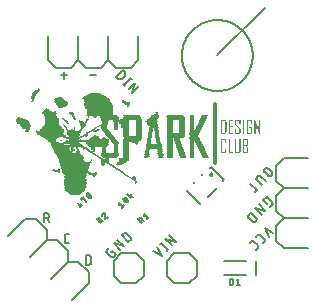
<source format=gbr>
G04 EAGLE Gerber RS-274X export*
G75*
%MOMM*%
%FSLAX34Y34*%
%LPD*%
%INSilkscreen Top*%
%IPPOS*%
%AMOC8*
5,1,8,0,0,1.08239X$1,22.5*%
G01*
G04 Define Apertures*
%ADD10R,0.600000X0.030000*%
%ADD11R,0.720000X0.030000*%
%ADD12R,0.780000X0.030000*%
%ADD13R,0.840000X0.030000*%
%ADD14R,0.900000X0.030000*%
%ADD15R,0.960000X0.030000*%
%ADD16R,1.020000X0.030000*%
%ADD17R,1.110000X0.030000*%
%ADD18R,1.170000X0.030000*%
%ADD19R,1.290000X0.030000*%
%ADD20R,1.380000X0.030000*%
%ADD21R,1.500000X0.030000*%
%ADD22R,1.590000X0.030000*%
%ADD23R,1.650000X0.030000*%
%ADD24R,1.680000X0.030000*%
%ADD25R,1.710000X0.030000*%
%ADD26R,1.740000X0.030000*%
%ADD27R,1.800000X0.030000*%
%ADD28R,1.830000X0.030000*%
%ADD29R,1.770000X0.030000*%
%ADD30R,0.030000X0.030000*%
%ADD31R,0.120000X0.030000*%
%ADD32R,0.150000X0.030000*%
%ADD33R,0.210000X0.030000*%
%ADD34R,0.180000X0.030000*%
%ADD35R,0.240000X0.030000*%
%ADD36R,0.300000X0.030000*%
%ADD37R,0.060000X0.030000*%
%ADD38R,0.270000X0.030000*%
%ADD39R,1.860000X0.030000*%
%ADD40R,0.090000X0.030000*%
%ADD41R,0.570000X0.030000*%
%ADD42R,0.450000X0.030000*%
%ADD43R,0.360000X0.030000*%
%ADD44R,0.390000X0.030000*%
%ADD45R,1.620000X0.030000*%
%ADD46R,0.420000X0.030000*%
%ADD47R,0.510000X0.030000*%
%ADD48R,1.890000X0.030000*%
%ADD49R,1.980000X0.030000*%
%ADD50R,0.690000X0.030000*%
%ADD51R,2.040000X0.030000*%
%ADD52R,2.310000X0.030000*%
%ADD53R,2.250000X0.030000*%
%ADD54R,2.220000X0.030000*%
%ADD55R,0.480000X0.030000*%
%ADD56R,2.160000X0.030000*%
%ADD57R,2.280000X0.030000*%
%ADD58R,2.340000X0.030000*%
%ADD59R,2.370000X0.030000*%
%ADD60R,2.400000X0.030000*%
%ADD61R,2.460000X0.030000*%
%ADD62R,2.490000X0.030000*%
%ADD63R,2.520000X0.030000*%
%ADD64R,2.550000X0.030000*%
%ADD65R,2.580000X0.030000*%
%ADD66R,0.330000X0.030000*%
%ADD67R,0.540000X0.030000*%
%ADD68R,2.640000X0.030000*%
%ADD69R,0.630000X0.030000*%
%ADD70R,2.190000X0.030000*%
%ADD71R,0.660000X0.030000*%
%ADD72R,2.100000X0.030000*%
%ADD73R,2.070000X0.030000*%
%ADD74R,0.750000X0.030000*%
%ADD75R,0.810000X0.030000*%
%ADD76R,2.130000X0.030000*%
%ADD77R,1.080000X0.030000*%
%ADD78R,1.200000X0.030000*%
%ADD79R,1.350000X0.030000*%
%ADD80R,1.410000X0.030000*%
%ADD81R,1.470000X0.030000*%
%ADD82R,1.920000X0.030000*%
%ADD83R,1.440000X0.030000*%
%ADD84R,1.530000X0.030000*%
%ADD85R,1.560000X0.030000*%
%ADD86R,1.320000X0.030000*%
%ADD87R,1.260000X0.030000*%
%ADD88R,0.870000X0.030000*%
%ADD89R,1.050000X0.030000*%
%ADD90R,1.140000X0.030000*%
%ADD91R,3.690000X0.030000*%
%ADD92R,1.230000X0.030000*%
%ADD93R,3.330000X0.030000*%
%ADD94R,3.300000X0.030000*%
%ADD95R,0.930000X0.030000*%
%ADD96R,0.990000X0.030000*%
%ADD97R,2.010000X0.030000*%
%ADD98R,1.950000X0.030000*%
%ADD99C,0.200000*%
%ADD100C,0.203200*%
%ADD101C,0.304800*%
%ADD102C,0.150000*%
%ADD103C,0.127000*%
%ADD104C,0.152400*%
G36*
X180663Y138750D02*
X177948Y138750D01*
X177948Y150618D01*
X180663Y150618D01*
X180895Y150609D01*
X181116Y150581D01*
X181327Y150534D01*
X181527Y150468D01*
X181717Y150383D01*
X181897Y150279D01*
X182066Y150157D01*
X182225Y150015D01*
X182369Y149859D01*
X182494Y149693D01*
X182599Y149516D01*
X182686Y149328D01*
X182753Y149130D01*
X182801Y148921D01*
X182830Y148702D01*
X182839Y148472D01*
X182839Y140896D01*
X182830Y140666D01*
X182801Y140447D01*
X182752Y140238D01*
X182685Y140040D01*
X182598Y139853D01*
X182492Y139675D01*
X182366Y139509D01*
X182221Y139353D01*
X182062Y139212D01*
X181892Y139089D01*
X181712Y138986D01*
X181523Y138901D01*
X181323Y138835D01*
X181113Y138788D01*
X180893Y138759D01*
X180663Y138750D01*
G37*
%LPC*%
G36*
X180405Y139683D02*
X180698Y139705D01*
X180961Y139771D01*
X181196Y139881D01*
X181402Y140035D01*
X181570Y140228D01*
X181690Y140453D01*
X181761Y140712D01*
X181785Y141002D01*
X181785Y148381D01*
X181762Y148659D01*
X181693Y148909D01*
X181578Y149131D01*
X181417Y149325D01*
X181220Y149483D01*
X180996Y149596D01*
X180744Y149663D01*
X180466Y149686D01*
X179002Y149686D01*
X179002Y139683D01*
X180405Y139683D01*
G37*
%LPD*%
G36*
X200486Y122250D02*
X196573Y122250D01*
X196573Y134118D01*
X200456Y134118D01*
X200633Y134104D01*
X200793Y134060D01*
X200936Y133986D01*
X201062Y133883D01*
X201165Y133757D01*
X201239Y133614D01*
X201283Y133454D01*
X201298Y133277D01*
X201298Y129750D01*
X201291Y129635D01*
X201271Y129525D01*
X201191Y129318D01*
X201059Y129130D01*
X200873Y128962D01*
X200393Y128674D01*
X200039Y128461D01*
X200476Y128179D01*
X200934Y127885D01*
X201106Y127746D01*
X201229Y127574D01*
X201303Y127367D01*
X201322Y127251D01*
X201328Y127126D01*
X201328Y123092D01*
X201313Y122915D01*
X201269Y122754D01*
X201196Y122611D01*
X201093Y122485D01*
X200967Y122382D01*
X200824Y122309D01*
X200663Y122265D01*
X200486Y122250D01*
G37*
%LPC*%
G36*
X200266Y123183D02*
X200266Y127286D01*
X199197Y127983D01*
X197627Y127983D01*
X197627Y123183D01*
X200266Y123183D01*
G37*
G36*
X199182Y128901D02*
X200236Y129614D01*
X200236Y133186D01*
X197627Y133186D01*
X197627Y128901D01*
X199182Y128901D01*
G37*
%LPD*%
G36*
X207504Y138750D02*
X206510Y138750D01*
X206510Y150618D01*
X207299Y150618D01*
X210408Y142041D01*
X210408Y150618D01*
X211402Y150618D01*
X211402Y138750D01*
X210674Y138750D01*
X207504Y147479D01*
X207504Y138750D01*
G37*
G36*
X203782Y138750D02*
X200665Y138750D01*
X200487Y138765D01*
X200327Y138809D01*
X200184Y138882D01*
X200058Y138985D01*
X199955Y139111D01*
X199882Y139254D01*
X199838Y139415D01*
X199823Y139592D01*
X199823Y149777D01*
X199838Y149954D01*
X199882Y150114D01*
X199955Y150257D01*
X200058Y150383D01*
X200184Y150486D01*
X200327Y150560D01*
X200487Y150604D01*
X200665Y150618D01*
X203782Y150618D01*
X203959Y150604D01*
X204119Y150560D01*
X204262Y150486D01*
X204388Y150383D01*
X204491Y150257D01*
X204565Y150114D01*
X204609Y149954D01*
X204623Y149777D01*
X204623Y147016D01*
X203562Y147016D01*
X203562Y149686D01*
X200877Y149686D01*
X200877Y139683D01*
X203562Y139683D01*
X203562Y143786D01*
X202295Y143786D01*
X202295Y144696D01*
X204623Y144696D01*
X204623Y139592D01*
X204609Y139415D01*
X204565Y139254D01*
X204491Y139111D01*
X204388Y138985D01*
X204262Y138882D01*
X204119Y138809D01*
X203959Y138765D01*
X203782Y138750D01*
G37*
G36*
X193833Y122250D02*
X190602Y122250D01*
X190425Y122265D01*
X190265Y122309D01*
X190122Y122382D01*
X189996Y122485D01*
X189893Y122611D01*
X189819Y122754D01*
X189775Y122915D01*
X189760Y123092D01*
X189760Y134118D01*
X190815Y134118D01*
X190815Y123183D01*
X193628Y123183D01*
X193628Y134118D01*
X194682Y134118D01*
X194682Y123092D01*
X194667Y122915D01*
X194622Y122754D01*
X194548Y122611D01*
X194443Y122485D01*
X194316Y122382D01*
X194171Y122309D01*
X194010Y122265D01*
X193833Y122250D01*
G37*
G36*
X194021Y138750D02*
X191033Y138750D01*
X190856Y138765D01*
X190695Y138809D01*
X190550Y138882D01*
X190423Y138985D01*
X190318Y139111D01*
X190243Y139254D01*
X190199Y139415D01*
X190184Y139592D01*
X190184Y142602D01*
X191238Y142602D01*
X191238Y139683D01*
X193801Y139683D01*
X193801Y142511D01*
X190525Y146470D01*
X190376Y146680D01*
X190269Y146900D01*
X190205Y147131D01*
X190184Y147373D01*
X190184Y149777D01*
X190199Y149954D01*
X190243Y150114D01*
X190318Y150257D01*
X190423Y150383D01*
X190550Y150486D01*
X190695Y150560D01*
X190856Y150604D01*
X191033Y150618D01*
X194021Y150618D01*
X194198Y150604D01*
X194358Y150560D01*
X194499Y150486D01*
X194624Y150383D01*
X194725Y150257D01*
X194797Y150114D01*
X194841Y149954D01*
X194855Y149777D01*
X194855Y147016D01*
X193801Y147016D01*
X193801Y149686D01*
X191238Y149686D01*
X191238Y147183D01*
X194529Y143224D01*
X194672Y143021D01*
X194774Y142805D01*
X194835Y142577D01*
X194855Y142337D01*
X194855Y139592D01*
X194841Y139415D01*
X194797Y139254D01*
X194725Y139111D01*
X194624Y138985D01*
X194499Y138882D01*
X194358Y138809D01*
X194198Y138765D01*
X194021Y138750D01*
G37*
G36*
X181846Y122250D02*
X178790Y122250D01*
X178612Y122265D01*
X178452Y122309D01*
X178309Y122382D01*
X178183Y122485D01*
X178080Y122611D01*
X178007Y122754D01*
X177963Y122915D01*
X177948Y123092D01*
X177948Y133277D01*
X177963Y133454D01*
X178007Y133614D01*
X178080Y133757D01*
X178183Y133883D01*
X178309Y133986D01*
X178452Y134060D01*
X178612Y134104D01*
X178790Y134118D01*
X181846Y134118D01*
X182024Y134104D01*
X182185Y134060D01*
X182331Y133986D01*
X182460Y133883D01*
X182566Y133757D01*
X182642Y133614D01*
X182688Y133454D01*
X182703Y133277D01*
X182703Y130516D01*
X181641Y130516D01*
X181641Y133186D01*
X179002Y133186D01*
X179002Y123183D01*
X181641Y123183D01*
X181641Y126102D01*
X182703Y126102D01*
X182703Y123092D01*
X182688Y122915D01*
X182642Y122754D01*
X182566Y122611D01*
X182460Y122485D01*
X182331Y122382D01*
X182185Y122309D01*
X182024Y122265D01*
X181846Y122250D01*
G37*
G36*
X188596Y138750D02*
X184698Y138750D01*
X184698Y150618D01*
X188550Y150618D01*
X188550Y149686D01*
X185752Y149686D01*
X185752Y145257D01*
X188300Y145257D01*
X188300Y144309D01*
X185752Y144309D01*
X185752Y139683D01*
X188596Y139683D01*
X188596Y138750D01*
G37*
G36*
X188334Y122250D02*
X184542Y122250D01*
X184542Y134118D01*
X185596Y134118D01*
X185596Y123183D01*
X188334Y123183D01*
X188334Y122250D01*
G37*
G36*
X197844Y138750D02*
X196790Y138750D01*
X196790Y150618D01*
X197844Y150618D01*
X197844Y138750D01*
G37*
D10*
X54650Y86500D03*
D11*
X54650Y86800D03*
D12*
X54650Y87100D03*
D13*
X54650Y87400D03*
D14*
X54650Y87700D03*
D15*
X54650Y88000D03*
D16*
X54650Y88300D03*
D17*
X54800Y88600D03*
D18*
X54800Y88900D03*
D19*
X54800Y89200D03*
D20*
X54650Y89500D03*
D21*
X54650Y89800D03*
D22*
X54800Y90100D03*
D23*
X54800Y90400D03*
X54800Y90700D03*
D24*
X54950Y91000D03*
X54950Y91300D03*
X54950Y91600D03*
X54950Y91900D03*
D25*
X54500Y92200D03*
D26*
X54350Y92500D03*
D27*
X54350Y92800D03*
X54650Y93100D03*
D28*
X55100Y93400D03*
D27*
X55550Y93700D03*
D29*
X55400Y94000D03*
X55100Y94300D03*
D26*
X54650Y94600D03*
D27*
X54350Y94900D03*
X54350Y95200D03*
X54350Y95500D03*
D28*
X54500Y95800D03*
X55100Y96100D03*
X55400Y96400D03*
D30*
X106400Y96400D03*
D28*
X55400Y96700D03*
D31*
X106550Y96700D03*
D27*
X55250Y97000D03*
D32*
X106400Y97000D03*
D27*
X54650Y97300D03*
D32*
X106100Y97300D03*
D27*
X54350Y97600D03*
D33*
X106100Y97600D03*
D28*
X54200Y97900D03*
D34*
X105950Y97900D03*
D28*
X54500Y98200D03*
D34*
X105950Y98200D03*
D28*
X54800Y98500D03*
D34*
X105650Y98500D03*
D28*
X55100Y98800D03*
D33*
X105500Y98800D03*
D28*
X55400Y99100D03*
D35*
X105350Y99100D03*
D27*
X55250Y99400D03*
D35*
X105350Y99400D03*
D27*
X54950Y99700D03*
D35*
X105050Y99700D03*
D27*
X54650Y100000D03*
D36*
X104750Y100000D03*
D29*
X54500Y100300D03*
D37*
X102950Y100300D03*
D38*
X104900Y100300D03*
D29*
X54500Y100600D03*
D30*
X102500Y100600D03*
D36*
X104750Y100600D03*
D28*
X54800Y100900D03*
D37*
X101750Y100900D03*
D36*
X104450Y100900D03*
D39*
X54950Y101200D03*
D30*
X101300Y101200D03*
D36*
X104450Y101200D03*
D39*
X54950Y101500D03*
D30*
X101000Y101500D03*
D35*
X104450Y101500D03*
D39*
X54950Y101800D03*
D37*
X100550Y101800D03*
D34*
X104750Y101800D03*
D39*
X54950Y102100D03*
D30*
X71000Y102100D03*
X100100Y102100D03*
D32*
X104900Y102100D03*
D39*
X54950Y102400D03*
D34*
X70550Y102400D03*
D37*
X99650Y102400D03*
D40*
X104900Y102400D03*
D41*
X48500Y102700D03*
D42*
X55100Y102700D03*
D41*
X61400Y102700D03*
D35*
X70250Y102700D03*
D37*
X99050Y102700D03*
D43*
X47450Y103000D03*
D16*
X54950Y103000D03*
D44*
X62300Y103000D03*
D36*
X70250Y103000D03*
D37*
X98750Y103000D03*
D33*
X46700Y103300D03*
D45*
X56150Y103300D03*
D43*
X70250Y103300D03*
D37*
X98150Y103300D03*
D40*
X46100Y103600D03*
D26*
X55550Y103600D03*
D46*
X69950Y103600D03*
D37*
X97850Y103600D03*
D39*
X54950Y103900D03*
D47*
X69800Y103900D03*
D37*
X97550Y103900D03*
D48*
X54800Y104200D03*
D10*
X69650Y104200D03*
D37*
X96950Y104200D03*
D49*
X54650Y104500D03*
D50*
X69200Y104500D03*
D37*
X96350Y104500D03*
D51*
X54650Y104800D03*
D43*
X67250Y104800D03*
D38*
X71600Y104800D03*
D40*
X95900Y104800D03*
D51*
X54650Y105100D03*
D36*
X66650Y105100D03*
D32*
X72200Y105100D03*
D40*
X95300Y105100D03*
D30*
X41600Y105400D03*
D52*
X55700Y105400D03*
D32*
X72500Y105400D03*
D40*
X95000Y105400D03*
D31*
X41150Y105700D03*
D53*
X55400Y105700D03*
D31*
X72650Y105700D03*
D37*
X94550Y105700D03*
D33*
X40700Y106000D03*
D54*
X55250Y106000D03*
D40*
X94100Y106000D03*
D37*
X37550Y106300D03*
D43*
X39950Y106300D03*
D54*
X54950Y106300D03*
D40*
X93800Y106300D03*
D55*
X39350Y106600D03*
D56*
X54650Y106600D03*
D40*
X93200Y106600D03*
D47*
X39200Y106900D03*
D54*
X54650Y106900D03*
D31*
X92750Y106900D03*
D50*
X38300Y107200D03*
D54*
X54650Y107200D03*
D40*
X92300Y107200D03*
D50*
X38300Y107500D03*
D54*
X54650Y107500D03*
D31*
X91850Y107500D03*
D33*
X36800Y107800D03*
D31*
X40850Y107800D03*
D54*
X54650Y107800D03*
D40*
X91400Y107800D03*
D53*
X54500Y108100D03*
D40*
X90800Y108100D03*
D53*
X54500Y108400D03*
D40*
X90200Y108400D03*
D57*
X54650Y108700D03*
D40*
X89900Y108700D03*
D52*
X54500Y109000D03*
D31*
X89450Y109000D03*
D52*
X54500Y109300D03*
D40*
X89000Y109300D03*
D58*
X54650Y109600D03*
D31*
X88550Y109600D03*
D58*
X54650Y109900D03*
D31*
X87950Y109900D03*
D59*
X54500Y110200D03*
D31*
X87650Y110200D03*
D60*
X54650Y110500D03*
D40*
X87200Y110500D03*
D60*
X54650Y110800D03*
D31*
X86750Y110800D03*
D60*
X54650Y111100D03*
D31*
X86450Y111100D03*
D61*
X54650Y111400D03*
D31*
X85850Y111400D03*
D61*
X54650Y111700D03*
D34*
X78050Y111700D03*
D31*
X85250Y111700D03*
D62*
X54800Y112000D03*
D33*
X78200Y112000D03*
D32*
X84800Y112000D03*
D40*
X91100Y112000D03*
D62*
X54800Y112300D03*
D38*
X78200Y112300D03*
D32*
X84200Y112300D03*
D43*
X91250Y112300D03*
D63*
X54950Y112600D03*
D38*
X78200Y112600D03*
D32*
X83900Y112600D03*
D42*
X91700Y112600D03*
D64*
X54800Y112900D03*
D36*
X78350Y112900D03*
D31*
X83450Y112900D03*
D47*
X92300Y112900D03*
D65*
X54950Y113200D03*
D66*
X78500Y113200D03*
D32*
X83000Y113200D03*
D47*
X92900Y113200D03*
D65*
X54950Y113500D03*
D44*
X78500Y113500D03*
D32*
X82700Y113500D03*
D67*
X93350Y113500D03*
D68*
X54950Y113800D03*
D46*
X78650Y113800D03*
D32*
X82100Y113800D03*
D10*
X93650Y113800D03*
D53*
X53000Y114100D03*
D32*
X67400Y114100D03*
D10*
X79550Y114100D03*
D69*
X94100Y114100D03*
D70*
X52700Y114400D03*
D31*
X67850Y114400D03*
D41*
X79400Y114400D03*
D71*
X94550Y114400D03*
D56*
X52250Y114700D03*
D37*
X68150Y114700D03*
D41*
X79400Y114700D03*
D71*
X94850Y114700D03*
D72*
X51950Y115000D03*
D37*
X68450Y115000D03*
D10*
X79550Y115000D03*
D50*
X95300Y115000D03*
D73*
X51800Y115300D03*
D30*
X68600Y115300D03*
D10*
X79550Y115300D03*
D74*
X95600Y115300D03*
D73*
X51500Y115600D03*
D30*
X68900Y115600D03*
D10*
X79550Y115600D03*
D12*
X96050Y115600D03*
D51*
X51350Y115900D03*
D30*
X68900Y115900D03*
D10*
X79550Y115900D03*
D75*
X96200Y115900D03*
D51*
X51050Y116200D03*
D69*
X79700Y116200D03*
D12*
X96350Y116200D03*
D51*
X51050Y116500D03*
D30*
X69200Y116500D03*
D10*
X79850Y116500D03*
D74*
X96200Y116500D03*
D73*
X50900Y116800D03*
D69*
X79700Y116800D03*
D74*
X96200Y116800D03*
D73*
X50900Y117100D03*
D32*
X77000Y117100D03*
D43*
X81350Y117100D03*
D74*
X96200Y117100D03*
D72*
X51050Y117400D03*
D34*
X76550Y117400D03*
D33*
X81800Y117400D03*
D30*
X92600Y117400D03*
D69*
X96500Y117400D03*
D76*
X50900Y117700D03*
D32*
X76100Y117700D03*
D46*
X97550Y117700D03*
D56*
X51050Y118000D03*
D34*
X75650Y118000D03*
D66*
X98000Y118000D03*
D54*
X51050Y118300D03*
D33*
X75200Y118300D03*
D77*
X84350Y118300D03*
D42*
X98000Y118300D03*
D46*
X114950Y118300D03*
D42*
X127400Y118300D03*
X134600Y118300D03*
X146300Y118300D03*
D46*
X153650Y118300D03*
D55*
X165050Y118300D03*
D54*
X51050Y118600D03*
D34*
X74750Y118600D03*
D78*
X84350Y118600D03*
D42*
X98000Y118600D03*
D46*
X114950Y118600D03*
D42*
X127400Y118600D03*
X134600Y118600D03*
X146000Y118600D03*
D46*
X153650Y118600D03*
D55*
X165050Y118600D03*
D70*
X50600Y118900D03*
D33*
X74000Y118900D03*
D19*
X84200Y118900D03*
D42*
X98000Y118900D03*
D46*
X114950Y118900D03*
X127250Y118900D03*
D42*
X134600Y118900D03*
X146000Y118900D03*
D46*
X153650Y118900D03*
D55*
X164750Y118900D03*
D56*
X50450Y119200D03*
D33*
X73700Y119200D03*
D79*
X84200Y119200D03*
D42*
X98000Y119200D03*
X115100Y119200D03*
D46*
X127250Y119200D03*
D42*
X134600Y119200D03*
X145700Y119200D03*
D46*
X153650Y119200D03*
D47*
X164600Y119200D03*
D76*
X50000Y119500D03*
D34*
X73250Y119500D03*
D80*
X84200Y119500D03*
D42*
X98000Y119500D03*
D46*
X115250Y119500D03*
X127250Y119500D03*
D42*
X134600Y119500D03*
X145700Y119500D03*
D46*
X153650Y119500D03*
D55*
X164450Y119500D03*
D72*
X49850Y119800D03*
D33*
X72800Y119800D03*
D80*
X84200Y119800D03*
D42*
X98000Y119800D03*
D46*
X115250Y119800D03*
D42*
X127100Y119800D03*
X134600Y119800D03*
X145700Y119800D03*
D46*
X153650Y119800D03*
D55*
X164450Y119800D03*
D72*
X49550Y120100D03*
D34*
X72350Y120100D03*
D81*
X84200Y120100D03*
D42*
X98000Y120100D03*
D46*
X115250Y120100D03*
D42*
X127100Y120100D03*
X134600Y120100D03*
X145400Y120100D03*
D46*
X153650Y120100D03*
D42*
X164300Y120100D03*
D72*
X49250Y120400D03*
D33*
X71900Y120400D03*
D81*
X84200Y120400D03*
D42*
X98000Y120400D03*
D46*
X115250Y120400D03*
D42*
X127100Y120400D03*
X134600Y120400D03*
X145400Y120400D03*
D46*
X153650Y120400D03*
D55*
X164150Y120400D03*
D82*
X48350Y120700D03*
D31*
X58850Y120700D03*
D35*
X71450Y120700D03*
D81*
X84200Y120700D03*
D42*
X98000Y120700D03*
D46*
X115250Y120700D03*
X126950Y120700D03*
D42*
X134600Y120700D03*
X145400Y120700D03*
D46*
X153650Y120700D03*
D42*
X164000Y120700D03*
D82*
X48050Y121000D03*
D37*
X58550Y121000D03*
D33*
X71000Y121000D03*
D81*
X84200Y121000D03*
D42*
X98000Y121000D03*
X115400Y121000D03*
D46*
X126950Y121000D03*
D42*
X134600Y121000D03*
D55*
X145250Y121000D03*
D46*
X153650Y121000D03*
D55*
X163850Y121000D03*
D48*
X47900Y121300D03*
D30*
X58400Y121300D03*
D35*
X70550Y121300D03*
D81*
X84200Y121300D03*
D42*
X98000Y121300D03*
D46*
X115550Y121300D03*
X126950Y121300D03*
D42*
X134600Y121300D03*
X145100Y121300D03*
D46*
X153650Y121300D03*
D42*
X163700Y121300D03*
D83*
X45350Y121600D03*
D36*
X55850Y121600D03*
D37*
X58250Y121600D03*
D33*
X70100Y121600D03*
D81*
X84200Y121600D03*
D42*
X98000Y121600D03*
D46*
X115550Y121600D03*
D42*
X126800Y121600D03*
X134600Y121600D03*
X145100Y121600D03*
D46*
X153650Y121600D03*
D55*
X163550Y121600D03*
D80*
X44900Y121900D03*
D35*
X56150Y121900D03*
D37*
X58250Y121900D03*
D33*
X69800Y121900D03*
D81*
X84200Y121900D03*
D42*
X98000Y121900D03*
D46*
X115550Y121900D03*
D42*
X126800Y121900D03*
X134600Y121900D03*
D55*
X144950Y121900D03*
D46*
X153650Y121900D03*
D42*
X163400Y121900D03*
D80*
X44900Y122200D03*
D33*
X56300Y122200D03*
D40*
X58100Y122200D03*
D33*
X69200Y122200D03*
D46*
X78950Y122200D03*
X89450Y122200D03*
D42*
X98000Y122200D03*
D46*
X115550Y122200D03*
X126650Y122200D03*
D42*
X134600Y122200D03*
X144800Y122200D03*
D46*
X153650Y122200D03*
D55*
X163250Y122200D03*
D83*
X44750Y122500D03*
D35*
X57050Y122500D03*
D33*
X68600Y122500D03*
D46*
X78950Y122500D03*
X89450Y122500D03*
D42*
X98000Y122500D03*
D46*
X115550Y122500D03*
X126650Y122500D03*
D42*
X134600Y122500D03*
D55*
X144650Y122500D03*
D46*
X153650Y122500D03*
D47*
X163100Y122500D03*
D21*
X44750Y122800D03*
D31*
X56450Y122800D03*
D40*
X57800Y122800D03*
D33*
X68000Y122800D03*
D46*
X78950Y122800D03*
X89450Y122800D03*
D42*
X98000Y122800D03*
D46*
X115850Y122800D03*
X126650Y122800D03*
D42*
X134600Y122800D03*
X144500Y122800D03*
D46*
X153650Y122800D03*
D55*
X162950Y122800D03*
D84*
X44600Y123100D03*
D37*
X56450Y123100D03*
D31*
X57650Y123100D03*
D33*
X67700Y123100D03*
D37*
X69950Y123100D03*
D46*
X78950Y123100D03*
X89450Y123100D03*
D42*
X98000Y123100D03*
D46*
X115850Y123100D03*
X126650Y123100D03*
D42*
X134600Y123100D03*
X144500Y123100D03*
D46*
X153650Y123100D03*
D47*
X162800Y123100D03*
D20*
X43850Y123400D03*
D40*
X51800Y123400D03*
D30*
X56300Y123400D03*
D40*
X57500Y123400D03*
D35*
X67250Y123400D03*
D34*
X70250Y123400D03*
D46*
X78950Y123400D03*
X89450Y123400D03*
D42*
X98000Y123400D03*
D46*
X115850Y123400D03*
D42*
X126500Y123400D03*
X134600Y123400D03*
D55*
X144350Y123400D03*
D46*
X153650Y123400D03*
D55*
X162650Y123400D03*
D20*
X43850Y123700D03*
D31*
X51950Y123700D03*
X57350Y123700D03*
D33*
X66800Y123700D03*
D34*
X70250Y123700D03*
D46*
X78950Y123700D03*
X89450Y123700D03*
D42*
X98000Y123700D03*
D46*
X115850Y123700D03*
D42*
X126500Y123700D03*
X134600Y123700D03*
X144200Y123700D03*
D46*
X153650Y123700D03*
D55*
X162650Y123700D03*
D20*
X43550Y124000D03*
D31*
X51950Y124000D03*
X57350Y124000D03*
D35*
X66350Y124000D03*
D33*
X70400Y124000D03*
D46*
X78950Y124000D03*
X89450Y124000D03*
D42*
X98000Y124000D03*
D46*
X115850Y124000D03*
X126350Y124000D03*
D42*
X134600Y124000D03*
X144200Y124000D03*
D46*
X153650Y124000D03*
D55*
X162350Y124000D03*
D80*
X43400Y124300D03*
D31*
X51950Y124300D03*
D40*
X53300Y124300D03*
D31*
X57050Y124300D03*
D33*
X65900Y124300D03*
X70400Y124300D03*
D46*
X78950Y124300D03*
X89450Y124300D03*
D42*
X98000Y124300D03*
D46*
X115850Y124300D03*
X126350Y124300D03*
D42*
X134600Y124300D03*
D55*
X144050Y124300D03*
D46*
X153650Y124300D03*
D55*
X162350Y124300D03*
D80*
X43400Y124600D03*
D38*
X52700Y124600D03*
D31*
X57050Y124600D03*
D35*
X65450Y124600D03*
D34*
X70550Y124600D03*
D46*
X78950Y124600D03*
X89450Y124600D03*
D42*
X98000Y124600D03*
D46*
X116150Y124600D03*
X126350Y124600D03*
D42*
X134600Y124600D03*
X143900Y124600D03*
D46*
X153650Y124600D03*
D55*
X162050Y124600D03*
D80*
X43100Y124900D03*
D32*
X52100Y124900D03*
D40*
X53600Y124900D03*
D32*
X56900Y124900D03*
D30*
X62300Y124900D03*
D33*
X65000Y124900D03*
X70700Y124900D03*
D46*
X78950Y124900D03*
X89450Y124900D03*
D42*
X98000Y124900D03*
D46*
X116150Y124900D03*
X126350Y124900D03*
D42*
X134600Y124900D03*
X143900Y124900D03*
D46*
X153650Y124900D03*
D55*
X162050Y124900D03*
D80*
X43100Y125200D03*
D32*
X52100Y125200D03*
D37*
X53450Y125200D03*
D31*
X56750Y125200D03*
D37*
X62150Y125200D03*
D35*
X64550Y125200D03*
D43*
X69950Y125200D03*
D46*
X78950Y125200D03*
X89450Y125200D03*
D42*
X98000Y125200D03*
D46*
X116150Y125200D03*
D42*
X126200Y125200D03*
X134600Y125200D03*
X143600Y125200D03*
D46*
X153650Y125200D03*
D55*
X161750Y125200D03*
D80*
X42800Y125500D03*
D31*
X52250Y125500D03*
D32*
X56600Y125500D03*
D44*
X63500Y125500D03*
X69800Y125500D03*
D46*
X78950Y125500D03*
X89450Y125500D03*
D42*
X98000Y125500D03*
D46*
X116150Y125500D03*
X126050Y125500D03*
D42*
X134600Y125500D03*
X143600Y125500D03*
D46*
X153650Y125500D03*
D55*
X161750Y125500D03*
D80*
X42800Y125800D03*
D32*
X52400Y125800D03*
X56600Y125800D03*
D66*
X63200Y125800D03*
D46*
X69950Y125800D03*
X78950Y125800D03*
X89450Y125800D03*
D42*
X98000Y125800D03*
D46*
X116150Y125800D03*
X126050Y125800D03*
D42*
X134600Y125800D03*
X143600Y125800D03*
D46*
X153650Y125800D03*
D55*
X161450Y125800D03*
D20*
X42350Y126100D03*
D32*
X52400Y126100D03*
X56300Y126100D03*
D35*
X63050Y126100D03*
D46*
X69950Y126100D03*
X78950Y126100D03*
X89450Y126100D03*
D42*
X98000Y126100D03*
D20*
X121250Y126100D03*
D42*
X134600Y126100D03*
X143300Y126100D03*
D46*
X153650Y126100D03*
D47*
X161300Y126100D03*
D20*
X42350Y126400D03*
D34*
X52550Y126400D03*
D32*
X56300Y126400D03*
D38*
X62600Y126400D03*
D46*
X69950Y126400D03*
X78950Y126400D03*
X89450Y126400D03*
D42*
X98000Y126400D03*
D20*
X121250Y126400D03*
D42*
X134600Y126400D03*
X143300Y126400D03*
D46*
X153650Y126400D03*
D55*
X161150Y126400D03*
D83*
X42350Y126700D03*
D32*
X52700Y126700D03*
D34*
X56150Y126700D03*
D35*
X62150Y126700D03*
D46*
X69950Y126700D03*
X78950Y126700D03*
X89450Y126700D03*
D42*
X98000Y126700D03*
D20*
X121250Y126700D03*
D42*
X134600Y126700D03*
D55*
X143150Y126700D03*
D46*
X153650Y126700D03*
D47*
X161000Y126700D03*
D81*
X42500Y127000D03*
D33*
X52400Y127000D03*
D32*
X56000Y127000D03*
D38*
X61700Y127000D03*
D66*
X69500Y127000D03*
D46*
X78950Y127000D03*
X89450Y127000D03*
D42*
X98000Y127000D03*
D79*
X121100Y127000D03*
D42*
X134600Y127000D03*
X143000Y127000D03*
D46*
X153650Y127000D03*
D55*
X160850Y127000D03*
D21*
X42650Y127300D03*
D33*
X52400Y127300D03*
D34*
X55850Y127300D03*
D35*
X61250Y127300D03*
D38*
X69200Y127300D03*
D75*
X77000Y127300D03*
D46*
X89450Y127300D03*
D42*
X98000Y127300D03*
D79*
X121100Y127300D03*
D42*
X134600Y127300D03*
X143000Y127300D03*
D46*
X153650Y127300D03*
D55*
X160850Y127300D03*
D85*
X42650Y127600D03*
D35*
X52550Y127600D03*
D34*
X55850Y127600D03*
D38*
X60800Y127600D03*
D86*
X74450Y127600D03*
D46*
X89450Y127600D03*
D42*
X98000Y127600D03*
D86*
X121250Y127600D03*
D42*
X134600Y127600D03*
D46*
X142850Y127600D03*
X153650Y127600D03*
D42*
X160700Y127600D03*
D22*
X42800Y127900D03*
D33*
X52700Y127900D03*
D32*
X55700Y127900D03*
D36*
X60350Y127900D03*
D84*
X73700Y127900D03*
D46*
X89450Y127900D03*
D42*
X98000Y127900D03*
D86*
X121250Y127900D03*
D42*
X134600Y127900D03*
D46*
X142850Y127900D03*
X153650Y127900D03*
D55*
X160550Y127900D03*
D83*
X42050Y128200D03*
D32*
X50300Y128200D03*
D46*
X54350Y128200D03*
D38*
X59900Y128200D03*
D23*
X74000Y128200D03*
D46*
X89450Y128200D03*
D42*
X98000Y128200D03*
D86*
X121250Y128200D03*
D42*
X134600Y128200D03*
X142700Y128200D03*
D46*
X153650Y128200D03*
D42*
X160400Y128200D03*
D87*
X40850Y128500D03*
D32*
X50600Y128500D03*
D47*
X54800Y128500D03*
D38*
X59600Y128500D03*
D26*
X74150Y128500D03*
D46*
X89450Y128500D03*
D42*
X98000Y128500D03*
D86*
X121250Y128500D03*
D42*
X134600Y128500D03*
D46*
X142550Y128500D03*
X153650Y128500D03*
D55*
X160250Y128500D03*
D77*
X39950Y128800D03*
D32*
X50900Y128800D03*
D75*
X56300Y128800D03*
D27*
X74150Y128800D03*
D46*
X89450Y128800D03*
D42*
X98000Y128800D03*
D19*
X121100Y128800D03*
D42*
X134600Y128800D03*
D46*
X142550Y128800D03*
X153650Y128800D03*
D42*
X160100Y128800D03*
D15*
X39350Y129100D03*
D34*
X51050Y129100D03*
D12*
X56150Y129100D03*
D28*
X74000Y129100D03*
D46*
X89450Y129100D03*
D42*
X98000Y129100D03*
D19*
X121100Y129100D03*
D42*
X134600Y129100D03*
X142400Y129100D03*
D46*
X153650Y129100D03*
D55*
X159950Y129100D03*
D88*
X38900Y129400D03*
D34*
X51350Y129400D03*
D50*
X56000Y129400D03*
D28*
X73700Y129400D03*
D46*
X89450Y129400D03*
D42*
X98000Y129400D03*
D30*
X107300Y129400D03*
D87*
X121250Y129400D03*
D42*
X134600Y129400D03*
D46*
X142250Y129400D03*
X153650Y129400D03*
D42*
X159800Y129400D03*
D89*
X39500Y129700D03*
D77*
X53450Y129700D03*
D39*
X73550Y129700D03*
D42*
X89300Y129700D03*
X98000Y129700D03*
D37*
X107150Y129700D03*
D44*
X116900Y129700D03*
D46*
X125450Y129700D03*
D42*
X134600Y129700D03*
X142100Y129700D03*
D46*
X153650Y129700D03*
D55*
X159650Y129700D03*
D11*
X37850Y130000D03*
D22*
X50600Y130000D03*
D39*
X73550Y130000D03*
D55*
X89150Y130000D03*
D42*
X98000Y130000D03*
D40*
X107000Y130000D03*
D44*
X116900Y130000D03*
D46*
X125450Y130000D03*
D42*
X134600Y130000D03*
X142100Y130000D03*
D46*
X153650Y130000D03*
D47*
X159500Y130000D03*
D71*
X37550Y130300D03*
D11*
X47450Y130300D03*
D71*
X54650Y130300D03*
D48*
X73400Y130300D03*
D47*
X89000Y130300D03*
D42*
X98000Y130300D03*
D35*
X106550Y130300D03*
D46*
X117050Y130300D03*
D44*
X125300Y130300D03*
D42*
X134600Y130300D03*
X142100Y130300D03*
D46*
X153650Y130300D03*
D55*
X159350Y130300D03*
D10*
X37250Y130600D03*
D19*
X51200Y130600D03*
D39*
X73550Y130600D03*
D55*
X88850Y130600D03*
D42*
X98000Y130600D03*
D43*
X105950Y130600D03*
D46*
X117050Y130600D03*
D44*
X125300Y130600D03*
D42*
X134600Y130600D03*
X141800Y130600D03*
D46*
X153650Y130600D03*
D47*
X159200Y130600D03*
D41*
X36800Y130900D03*
D18*
X51800Y130900D03*
D28*
X73700Y130900D03*
D47*
X88700Y130900D03*
D42*
X98000Y130900D03*
D46*
X105650Y130900D03*
D44*
X117200Y130900D03*
D46*
X125150Y130900D03*
D42*
X134600Y130900D03*
X141800Y130900D03*
D46*
X153650Y130900D03*
D55*
X159050Y130900D03*
D67*
X36350Y131200D03*
D90*
X51950Y131200D03*
D28*
X74000Y131200D03*
D47*
X88400Y131200D03*
D42*
X98000Y131200D03*
D55*
X105350Y131200D03*
D44*
X117200Y131200D03*
D46*
X125150Y131200D03*
D42*
X134600Y131200D03*
D46*
X141650Y131200D03*
X153650Y131200D03*
D55*
X159050Y131200D03*
D67*
X36050Y131500D03*
D84*
X53900Y131500D03*
D27*
X74150Y131500D03*
D67*
X88250Y131500D03*
D42*
X98000Y131500D03*
D47*
X105200Y131500D03*
D44*
X117200Y131500D03*
D46*
X125150Y131500D03*
D42*
X134600Y131500D03*
X141500Y131500D03*
D46*
X153650Y131500D03*
D55*
X158750Y131500D03*
D41*
X35600Y131800D03*
D91*
X64700Y131800D03*
D67*
X87950Y131800D03*
D92*
X101900Y131800D03*
D44*
X117200Y131800D03*
D46*
X125150Y131800D03*
D42*
X134600Y131800D03*
X141500Y131800D03*
D46*
X153650Y131800D03*
D55*
X158750Y131800D03*
D10*
X35450Y132100D03*
D35*
X47750Y132100D03*
D93*
X66500Y132100D03*
D67*
X87950Y132100D03*
D86*
X102350Y132100D03*
D44*
X117200Y132100D03*
X125000Y132100D03*
D42*
X134600Y132100D03*
D46*
X141350Y132100D03*
X153650Y132100D03*
D55*
X158450Y132100D03*
D10*
X35150Y132400D03*
D37*
X42950Y132400D03*
D32*
X47600Y132400D03*
D94*
X66650Y132400D03*
D67*
X87650Y132400D03*
D20*
X102650Y132400D03*
D44*
X117200Y132400D03*
X125000Y132400D03*
D42*
X134600Y132400D03*
X141200Y132400D03*
D95*
X156200Y132400D03*
D50*
X35000Y132700D03*
D31*
X42950Y132700D03*
D40*
X47600Y132700D03*
D86*
X56750Y132700D03*
D25*
X74600Y132700D03*
D67*
X87350Y132700D03*
D80*
X102800Y132700D03*
D43*
X117350Y132700D03*
D46*
X124850Y132700D03*
D42*
X134600Y132700D03*
X141200Y132700D03*
D14*
X156050Y132700D03*
D11*
X34850Y133000D03*
D40*
X42800Y133000D03*
D30*
X47600Y133000D03*
D75*
X53900Y133000D03*
D24*
X74750Y133000D03*
D41*
X87200Y133000D03*
D83*
X102950Y133000D03*
D44*
X117500Y133000D03*
D46*
X124850Y133000D03*
D42*
X134600Y133000D03*
X140900Y133000D03*
D14*
X156050Y133000D03*
D12*
X34550Y133300D03*
D88*
X53600Y133300D03*
D37*
X59750Y133300D03*
D45*
X74750Y133300D03*
D67*
X86750Y133300D03*
D81*
X103100Y133300D03*
D44*
X117500Y133300D03*
D46*
X124850Y133300D03*
D42*
X134600Y133300D03*
X140900Y133300D03*
D88*
X155900Y133300D03*
X34400Y133600D03*
D95*
X53300Y133600D03*
X71600Y133600D03*
D67*
X79850Y133600D03*
X86450Y133600D03*
D81*
X103100Y133600D03*
D44*
X117500Y133600D03*
X124700Y133600D03*
D42*
X134600Y133600D03*
D46*
X140750Y133600D03*
D88*
X155900Y133600D03*
D95*
X34400Y133900D03*
D77*
X53150Y133900D03*
D75*
X71300Y133900D03*
D38*
X78800Y133900D03*
D41*
X86300Y133900D03*
D21*
X103250Y133900D03*
D44*
X117500Y133900D03*
X124700Y133900D03*
D42*
X134600Y133900D03*
X140600Y133900D03*
D13*
X155750Y133900D03*
D15*
X34250Y134200D03*
D90*
X53150Y134200D03*
D75*
X71300Y134200D03*
D33*
X78800Y134200D03*
D67*
X86150Y134200D03*
D21*
X103250Y134200D03*
D44*
X117500Y134200D03*
X124700Y134200D03*
D42*
X134600Y134200D03*
X140600Y134200D03*
D13*
X155750Y134200D03*
D16*
X34250Y134500D03*
D92*
X53000Y134500D03*
D74*
X71300Y134500D03*
D34*
X78950Y134500D03*
D67*
X85850Y134500D03*
D21*
X103250Y134500D03*
D44*
X117500Y134500D03*
X124700Y134500D03*
D42*
X134600Y134500D03*
D46*
X140450Y134500D03*
D75*
X155600Y134500D03*
D90*
X34250Y134800D03*
D30*
X45500Y134800D03*
D20*
X52850Y134800D03*
D11*
X71450Y134800D03*
D31*
X78950Y134800D03*
D67*
X85550Y134800D03*
D21*
X103250Y134800D03*
D46*
X117650Y134800D03*
D44*
X124700Y134800D03*
D42*
X134600Y134800D03*
D74*
X141800Y134800D03*
D75*
X155600Y134800D03*
D78*
X34250Y135100D03*
D43*
X46850Y135100D03*
D17*
X54500Y135100D03*
D67*
X72350Y135100D03*
D37*
X78950Y135100D03*
D67*
X85250Y135100D03*
D21*
X103250Y135100D03*
D44*
X117800Y135100D03*
X124700Y135100D03*
D42*
X134600Y135100D03*
D75*
X142100Y135100D03*
D12*
X155450Y135100D03*
D86*
X34250Y135400D03*
D36*
X46250Y135400D03*
D88*
X53600Y135400D03*
D33*
X59600Y135400D03*
D47*
X72500Y135400D03*
X85100Y135400D03*
D21*
X103250Y135400D03*
D44*
X117800Y135400D03*
X124400Y135400D03*
D42*
X134600Y135400D03*
D88*
X142400Y135400D03*
D12*
X155450Y135400D03*
D83*
X34550Y135700D03*
D36*
X45650Y135700D03*
D13*
X53750Y135700D03*
D33*
X59900Y135700D03*
D42*
X72500Y135700D03*
D67*
X84950Y135700D03*
D21*
X103250Y135700D03*
D44*
X117800Y135700D03*
X124400Y135700D03*
D42*
X134600Y135700D03*
D95*
X142400Y135700D03*
D74*
X155300Y135700D03*
D85*
X34550Y136000D03*
D36*
X45050Y136000D03*
D13*
X53750Y136000D03*
D33*
X60500Y136000D03*
D40*
X63500Y136000D03*
D46*
X72650Y136000D03*
D67*
X84650Y136000D03*
D42*
X98000Y136000D03*
X108500Y136000D03*
D44*
X117800Y136000D03*
X124400Y136000D03*
D42*
X134600Y136000D03*
D95*
X142400Y136000D03*
D74*
X155300Y136000D03*
D51*
X36350Y136300D03*
D13*
X53750Y136300D03*
D33*
X61100Y136300D03*
D32*
X63500Y136300D03*
D46*
X72650Y136300D03*
D67*
X84350Y136300D03*
D42*
X98000Y136300D03*
X108500Y136300D03*
D44*
X117800Y136300D03*
X124400Y136300D03*
D42*
X134600Y136300D03*
D15*
X142550Y136300D03*
D11*
X155150Y136300D03*
D26*
X34550Y136600D03*
D36*
X45050Y136600D03*
D14*
X53750Y136600D03*
D46*
X62750Y136600D03*
D34*
X71750Y136600D03*
D67*
X84050Y136600D03*
D42*
X98000Y136600D03*
X108500Y136600D03*
D44*
X118100Y136600D03*
X124400Y136600D03*
D42*
X134600Y136600D03*
D16*
X142550Y136600D03*
D11*
X155150Y136600D03*
D28*
X34400Y136900D03*
D35*
X45350Y136900D03*
D95*
X53600Y136900D03*
D46*
X63350Y136900D03*
D31*
X71750Y136900D03*
D67*
X83750Y136900D03*
D42*
X98000Y136900D03*
X108500Y136900D03*
D44*
X118100Y136900D03*
X124400Y136900D03*
D42*
X134600Y136900D03*
D16*
X142550Y136900D03*
D11*
X155150Y136900D03*
D82*
X34250Y137200D03*
D32*
X44900Y137200D03*
D15*
X53450Y137200D03*
D43*
X63650Y137200D03*
D30*
X71600Y137200D03*
D41*
X83600Y137200D03*
D42*
X98000Y137200D03*
X108500Y137200D03*
D44*
X118100Y137200D03*
D46*
X124250Y137200D03*
D42*
X134600Y137200D03*
D89*
X142400Y137200D03*
D74*
X155300Y137200D03*
D72*
X34550Y137500D03*
D96*
X53300Y137500D03*
D36*
X63650Y137500D03*
D41*
X83300Y137500D03*
D42*
X98000Y137500D03*
X108500Y137500D03*
D44*
X118100Y137500D03*
D46*
X124250Y137500D03*
D42*
X134600Y137500D03*
D16*
X142550Y137500D03*
D74*
X155300Y137500D03*
D76*
X34100Y137800D03*
D16*
X53150Y137800D03*
D35*
X63950Y137800D03*
D41*
X83000Y137800D03*
D42*
X98000Y137800D03*
X108500Y137800D03*
D44*
X118100Y137800D03*
X124100Y137800D03*
D42*
X134600Y137800D03*
D96*
X142700Y137800D03*
D12*
X155450Y137800D03*
D76*
X33800Y138100D03*
D89*
X53300Y138100D03*
D33*
X64100Y138100D03*
D67*
X82850Y138100D03*
D42*
X98000Y138100D03*
X108500Y138100D03*
D44*
X118400Y138100D03*
X124100Y138100D03*
D42*
X134600Y138100D03*
D96*
X142700Y138100D03*
D12*
X155450Y138100D03*
D70*
X33500Y138400D03*
D77*
X53150Y138400D03*
D34*
X64550Y138400D03*
D67*
X82550Y138400D03*
D42*
X98000Y138400D03*
X108500Y138400D03*
D44*
X118400Y138400D03*
X124100Y138400D03*
D42*
X134600Y138400D03*
D15*
X142850Y138400D03*
D75*
X155600Y138400D03*
D57*
X33350Y138700D03*
D77*
X53150Y138700D03*
D34*
X64850Y138700D03*
D47*
X82400Y138700D03*
D42*
X98000Y138700D03*
X108500Y138700D03*
D44*
X118400Y138700D03*
X124100Y138700D03*
D42*
X134600Y138700D03*
X145400Y138700D03*
D75*
X155600Y138700D03*
D57*
X33350Y139000D03*
D17*
X53300Y139000D03*
D34*
X65150Y139000D03*
D67*
X82250Y139000D03*
D42*
X98000Y139000D03*
X108500Y139000D03*
D44*
X118400Y139000D03*
D46*
X123950Y139000D03*
D42*
X134600Y139000D03*
X145400Y139000D03*
D13*
X155750Y139000D03*
D52*
X33500Y139300D03*
D17*
X53300Y139300D03*
D30*
X64700Y139300D03*
D31*
X66050Y139300D03*
D67*
X81950Y139300D03*
D42*
X98000Y139300D03*
X108500Y139300D03*
D44*
X118400Y139300D03*
X123800Y139300D03*
D42*
X134600Y139300D03*
X145400Y139300D03*
D13*
X155750Y139300D03*
D57*
X33650Y139600D03*
D90*
X53450Y139600D03*
D32*
X66500Y139600D03*
D67*
X81650Y139600D03*
D42*
X98000Y139600D03*
X108500Y139600D03*
D44*
X118400Y139600D03*
X123800Y139600D03*
D42*
X134600Y139600D03*
X145400Y139600D03*
D88*
X155900Y139600D03*
D52*
X33800Y139900D03*
D90*
X53450Y139900D03*
D31*
X66950Y139900D03*
D67*
X81350Y139900D03*
D42*
X98000Y139900D03*
X108500Y139900D03*
D43*
X118550Y139900D03*
D44*
X123800Y139900D03*
D42*
X134600Y139900D03*
X145400Y139900D03*
D88*
X155900Y139900D03*
D43*
X13850Y140200D03*
D52*
X33800Y140200D03*
D50*
X51500Y140200D03*
D33*
X58400Y140200D03*
D31*
X67550Y140200D03*
D38*
X71300Y140200D03*
D67*
X81050Y140200D03*
D42*
X98000Y140200D03*
X108500Y140200D03*
D44*
X118700Y140200D03*
X123800Y140200D03*
D42*
X134600Y140200D03*
X145400Y140200D03*
D14*
X156050Y140200D03*
D44*
X14000Y140500D03*
D52*
X33800Y140500D03*
D10*
X51050Y140500D03*
D37*
X54650Y140500D03*
D31*
X59150Y140500D03*
X68150Y140500D03*
D66*
X71600Y140500D03*
D67*
X80750Y140500D03*
D42*
X98000Y140500D03*
X108500Y140500D03*
D44*
X118700Y140500D03*
X123800Y140500D03*
D42*
X134600Y140500D03*
X145400Y140500D03*
D14*
X156050Y140500D03*
D46*
X14150Y140800D03*
D37*
X22550Y140800D03*
D72*
X35150Y140800D03*
D41*
X50900Y140800D03*
D37*
X54650Y140800D03*
D31*
X59150Y140800D03*
D40*
X68600Y140800D03*
D43*
X72050Y140800D03*
D41*
X80600Y140800D03*
D42*
X98000Y140800D03*
X108500Y140800D03*
D44*
X118700Y140800D03*
D46*
X123650Y140800D03*
D42*
X134600Y140800D03*
X145400Y140800D03*
D95*
X156200Y140800D03*
D44*
X14300Y141100D03*
D73*
X35000Y141100D03*
D47*
X50600Y141100D03*
D37*
X54650Y141100D03*
D31*
X59450Y141100D03*
D40*
X69200Y141100D03*
D44*
X72200Y141100D03*
D67*
X80450Y141100D03*
D42*
X98000Y141100D03*
X108500Y141100D03*
D44*
X118700Y141100D03*
X123500Y141100D03*
D42*
X134600Y141100D03*
X145400Y141100D03*
D46*
X153650Y141100D03*
D55*
X158450Y141100D03*
D44*
X14300Y141400D03*
D97*
X35000Y141400D03*
D31*
X48350Y141400D03*
D43*
X51350Y141400D03*
D30*
X54800Y141400D03*
D32*
X59600Y141400D03*
D40*
X69500Y141400D03*
D33*
X73700Y141400D03*
D67*
X80150Y141400D03*
D42*
X98000Y141400D03*
X108500Y141400D03*
D43*
X118850Y141400D03*
D44*
X123500Y141400D03*
D42*
X134600Y141400D03*
X145400Y141400D03*
D46*
X153650Y141400D03*
D55*
X158750Y141400D03*
D46*
X14450Y141700D03*
D98*
X35000Y141700D03*
D40*
X48200Y141700D03*
D35*
X51650Y141700D03*
D30*
X54800Y141700D03*
D31*
X59750Y141700D03*
D40*
X70100Y141700D03*
D34*
X74150Y141700D03*
D67*
X79850Y141700D03*
D55*
X97850Y141700D03*
D42*
X108500Y141700D03*
D44*
X119000Y141700D03*
X123500Y141700D03*
D42*
X134600Y141700D03*
X145400Y141700D03*
D46*
X153650Y141700D03*
D55*
X158750Y141700D03*
D46*
X14450Y142000D03*
D48*
X35000Y142000D03*
D37*
X48050Y142000D03*
D30*
X54800Y142000D03*
D31*
X60050Y142000D03*
D40*
X70400Y142000D03*
D31*
X74750Y142000D03*
D47*
X79700Y142000D03*
D41*
X97400Y142000D03*
D42*
X108500Y142000D03*
D44*
X119000Y142000D03*
X123500Y142000D03*
D42*
X134600Y142000D03*
X145400Y142000D03*
D46*
X153650Y142000D03*
D55*
X159050Y142000D03*
D46*
X14450Y142300D03*
D28*
X35000Y142300D03*
D40*
X47900Y142300D03*
D30*
X54800Y142300D03*
D31*
X60050Y142300D03*
D40*
X71000Y142300D03*
X75200Y142300D03*
D47*
X79700Y142300D03*
D46*
X89450Y142300D03*
D41*
X97400Y142300D03*
D42*
X108500Y142300D03*
D44*
X119000Y142300D03*
X123500Y142300D03*
D42*
X134600Y142300D03*
X145400Y142300D03*
D46*
X153650Y142300D03*
D55*
X159050Y142300D03*
D46*
X14450Y142600D03*
D29*
X35000Y142600D03*
D37*
X47750Y142600D03*
D30*
X54800Y142600D03*
D31*
X60350Y142600D03*
D37*
X71450Y142600D03*
D47*
X79400Y142600D03*
D46*
X89450Y142600D03*
D41*
X97400Y142600D03*
D42*
X108500Y142600D03*
D44*
X119000Y142600D03*
X123200Y142600D03*
D42*
X134600Y142600D03*
X145400Y142600D03*
D46*
X153650Y142600D03*
D55*
X159350Y142600D03*
D50*
X13400Y142900D03*
D24*
X35150Y142900D03*
D37*
X47450Y142900D03*
D30*
X54800Y142900D03*
D31*
X60650Y142900D03*
D37*
X72050Y142900D03*
D55*
X79250Y142900D03*
D46*
X89450Y142900D03*
D41*
X97400Y142900D03*
D42*
X108500Y142900D03*
D44*
X119000Y142900D03*
X123200Y142900D03*
D42*
X134600Y142900D03*
X145400Y142900D03*
D46*
X153650Y142900D03*
D55*
X159350Y142900D03*
D50*
X13400Y143200D03*
D45*
X35150Y143200D03*
D37*
X47450Y143200D03*
D30*
X54800Y143200D03*
D31*
X60650Y143200D03*
D37*
X72350Y143200D03*
D42*
X79100Y143200D03*
D46*
X89450Y143200D03*
D41*
X97400Y143200D03*
D42*
X108500Y143200D03*
D43*
X119150Y143200D03*
D44*
X123200Y143200D03*
D42*
X134600Y143200D03*
X145400Y143200D03*
D46*
X153650Y143200D03*
D55*
X159650Y143200D03*
D50*
X13400Y143500D03*
D85*
X35150Y143500D03*
D37*
X47150Y143500D03*
D31*
X60950Y143500D03*
D37*
X72950Y143500D03*
D46*
X78950Y143500D03*
X89450Y143500D03*
D10*
X97250Y143500D03*
D42*
X108500Y143500D03*
D12*
X121250Y143500D03*
D42*
X134600Y143500D03*
X145400Y143500D03*
D46*
X153650Y143500D03*
D55*
X159650Y143500D03*
D74*
X13100Y143800D03*
D21*
X35150Y143800D03*
D37*
X46850Y143800D03*
D31*
X61250Y143800D03*
D37*
X73550Y143800D03*
D46*
X78950Y143800D03*
X89450Y143800D03*
D10*
X97250Y143800D03*
D42*
X108500Y143800D03*
D12*
X121250Y143800D03*
D42*
X134600Y143800D03*
X145400Y143800D03*
D46*
X153650Y143800D03*
D42*
X159800Y143800D03*
D74*
X13100Y144100D03*
D81*
X35300Y144100D03*
D30*
X46700Y144100D03*
D35*
X60650Y144100D03*
D30*
X74000Y144100D03*
D46*
X78950Y144100D03*
X89450Y144100D03*
D10*
X97250Y144100D03*
D42*
X108500Y144100D03*
D74*
X121100Y144100D03*
D42*
X134600Y144100D03*
X145400Y144100D03*
D46*
X153650Y144100D03*
D55*
X159950Y144100D03*
D12*
X12950Y144400D03*
D80*
X35300Y144400D03*
D37*
X46550Y144400D03*
D43*
X61250Y144400D03*
D30*
X74600Y144400D03*
D46*
X78950Y144400D03*
X89450Y144400D03*
D10*
X97250Y144400D03*
D42*
X108500Y144400D03*
D74*
X121100Y144400D03*
D42*
X134600Y144400D03*
X145400Y144400D03*
D46*
X153650Y144400D03*
D42*
X160100Y144400D03*
D12*
X12950Y144700D03*
D79*
X35300Y144700D03*
D30*
X46400Y144700D03*
D46*
X61550Y144700D03*
D30*
X75200Y144700D03*
D42*
X79100Y144700D03*
D46*
X89450Y144700D03*
D10*
X97250Y144700D03*
D42*
X108500Y144700D03*
D11*
X121250Y144700D03*
D42*
X134600Y144700D03*
X145400Y144700D03*
D46*
X153650Y144700D03*
D55*
X160250Y144700D03*
D12*
X12650Y145000D03*
D79*
X35300Y145000D03*
D30*
X46100Y145000D03*
D46*
X61550Y145000D03*
D30*
X75500Y145000D03*
D42*
X79100Y145000D03*
D46*
X89450Y145000D03*
D10*
X97250Y145000D03*
D42*
X108500Y145000D03*
D11*
X121250Y145000D03*
D42*
X134600Y145000D03*
X145400Y145000D03*
D46*
X153650Y145000D03*
D42*
X160400Y145000D03*
D75*
X12500Y145300D03*
D19*
X35300Y145300D03*
D30*
X46100Y145300D03*
D42*
X61400Y145300D03*
D30*
X76100Y145300D03*
D55*
X79250Y145300D03*
D46*
X89450Y145300D03*
D10*
X97250Y145300D03*
D42*
X108500Y145300D03*
D11*
X121250Y145300D03*
D42*
X134600Y145300D03*
X145400Y145300D03*
D46*
X153650Y145300D03*
D55*
X160550Y145300D03*
D75*
X12500Y145600D03*
D19*
X35300Y145600D03*
D30*
X45800Y145600D03*
D42*
X61400Y145600D03*
D30*
X76400Y145600D03*
D55*
X79250Y145600D03*
D46*
X89450Y145600D03*
D10*
X97250Y145600D03*
D42*
X108500Y145600D03*
D13*
X120650Y145600D03*
D42*
X134600Y145600D03*
X145400Y145600D03*
D46*
X153650Y145600D03*
D42*
X160700Y145600D03*
D13*
X12350Y145900D03*
D87*
X35150Y145900D03*
D42*
X61400Y145900D03*
D47*
X79400Y145900D03*
D46*
X89450Y145900D03*
D10*
X97250Y145900D03*
D42*
X108500Y145900D03*
D88*
X120200Y145900D03*
D42*
X134600Y145900D03*
X145400Y145900D03*
D46*
X153650Y145900D03*
D55*
X160850Y145900D03*
D13*
X12050Y146200D03*
D92*
X35300Y146200D03*
D30*
X45500Y146200D03*
D44*
X61100Y146200D03*
D47*
X79400Y146200D03*
D46*
X89450Y146200D03*
D71*
X96950Y146200D03*
D42*
X108500Y146200D03*
D14*
X120050Y146200D03*
D42*
X134600Y146200D03*
X145400Y146200D03*
D46*
X153650Y146200D03*
D55*
X160850Y146200D03*
D88*
X11900Y146500D03*
D78*
X35150Y146500D03*
D44*
X61100Y146500D03*
D67*
X79550Y146500D03*
D46*
X89450Y146500D03*
D11*
X96650Y146500D03*
D42*
X108500Y146500D03*
D14*
X120050Y146500D03*
D42*
X134600Y146500D03*
X145400Y146500D03*
D46*
X153650Y146500D03*
D47*
X161000Y146500D03*
D95*
X11600Y146800D03*
D78*
X35150Y146800D03*
D30*
X49700Y146800D03*
D42*
X61100Y146800D03*
D67*
X79550Y146800D03*
D46*
X89450Y146800D03*
D74*
X96500Y146800D03*
D42*
X108500Y146800D03*
D14*
X120050Y146800D03*
D42*
X134600Y146800D03*
X145400Y146800D03*
D46*
X153650Y146800D03*
D55*
X161150Y146800D03*
D15*
X11150Y147100D03*
D78*
X35150Y147100D03*
D37*
X49250Y147100D03*
D66*
X60500Y147100D03*
D40*
X62900Y147100D03*
D41*
X79700Y147100D03*
D46*
X89450Y147100D03*
D12*
X96350Y147100D03*
D42*
X108500Y147100D03*
D14*
X120050Y147100D03*
D42*
X134600Y147100D03*
X145400Y147100D03*
D46*
X153650Y147100D03*
D55*
X161150Y147100D03*
D77*
X10550Y147400D03*
D18*
X35000Y147400D03*
D37*
X48650Y147400D03*
D36*
X60350Y147400D03*
D40*
X63200Y147400D03*
D41*
X79700Y147400D03*
D46*
X89450Y147400D03*
D75*
X96200Y147400D03*
D42*
X108500Y147400D03*
D14*
X119750Y147400D03*
D42*
X134600Y147400D03*
X145400Y147400D03*
D46*
X153650Y147400D03*
D55*
X161450Y147400D03*
D77*
X10250Y147700D03*
D18*
X35000Y147700D03*
D40*
X48200Y147700D03*
D38*
X60200Y147700D03*
D40*
X63500Y147700D03*
D41*
X79700Y147700D03*
D46*
X89450Y147700D03*
D13*
X96050Y147700D03*
D42*
X108500Y147700D03*
D95*
X119600Y147700D03*
D42*
X134600Y147700D03*
X145400Y147700D03*
D46*
X153650Y147700D03*
D55*
X161750Y147700D03*
D77*
X10250Y148000D03*
D18*
X35000Y148000D03*
D40*
X47900Y148000D03*
D36*
X60050Y148000D03*
D40*
X63500Y148000D03*
D41*
X79700Y148000D03*
D46*
X89450Y148000D03*
D13*
X96050Y148000D03*
D42*
X108500Y148000D03*
D95*
X119600Y148000D03*
D42*
X134600Y148000D03*
X145400Y148000D03*
D46*
X153650Y148000D03*
D55*
X161750Y148000D03*
D77*
X10250Y148300D03*
D90*
X34850Y148300D03*
D40*
X47600Y148300D03*
D36*
X60050Y148300D03*
D40*
X63800Y148300D03*
D41*
X79700Y148300D03*
D19*
X93800Y148300D03*
D42*
X108500Y148300D03*
D15*
X119450Y148300D03*
D42*
X134600Y148300D03*
X145400Y148300D03*
D46*
X153650Y148300D03*
D47*
X161900Y148300D03*
D89*
X10100Y148600D03*
D90*
X34850Y148600D03*
D31*
X47150Y148600D03*
D35*
X60050Y148600D03*
D40*
X64100Y148600D03*
D67*
X79550Y148600D03*
D19*
X93800Y148600D03*
D42*
X108500Y148600D03*
D96*
X119300Y148600D03*
D42*
X134600Y148600D03*
X145400Y148600D03*
D46*
X153650Y148600D03*
D55*
X162050Y148600D03*
D16*
X9950Y148900D03*
D90*
X34850Y148900D03*
D32*
X47000Y148900D03*
X59600Y148900D03*
D40*
X64100Y148900D03*
D67*
X79550Y148900D03*
D19*
X93800Y148900D03*
D42*
X108500Y148900D03*
D15*
X119450Y148900D03*
D42*
X134600Y148900D03*
X145400Y148900D03*
D46*
X153650Y148900D03*
D47*
X162200Y148900D03*
D16*
X9950Y149200D03*
D90*
X34850Y149200D03*
D32*
X46700Y149200D03*
D37*
X59150Y149200D03*
D40*
X64400Y149200D03*
D67*
X79550Y149200D03*
D19*
X93800Y149200D03*
D42*
X108500Y149200D03*
D14*
X119450Y149200D03*
D42*
X134600Y149200D03*
X145400Y149200D03*
D46*
X153650Y149200D03*
D55*
X162350Y149200D03*
D96*
X9800Y149500D03*
D90*
X34850Y149500D03*
D34*
X46250Y149500D03*
D37*
X64550Y149500D03*
D47*
X79400Y149500D03*
D19*
X93800Y149500D03*
D42*
X108500Y149500D03*
D88*
X119600Y149500D03*
D42*
X134600Y149500D03*
X145400Y149500D03*
D46*
X153650Y149500D03*
D55*
X162350Y149500D03*
D95*
X9500Y149800D03*
D90*
X34850Y149800D03*
D34*
X45950Y149800D03*
D40*
X64700Y149800D03*
D42*
X79100Y149800D03*
D37*
X83750Y149800D03*
D19*
X93800Y149800D03*
D42*
X108500Y149800D03*
D13*
X119750Y149800D03*
D42*
X134600Y149800D03*
X145400Y149800D03*
D46*
X153650Y149800D03*
D55*
X162650Y149800D03*
D88*
X9200Y150100D03*
D90*
X34850Y150100D03*
D33*
X45500Y150100D03*
D37*
X64850Y150100D03*
D81*
X84200Y150100D03*
D27*
X101750Y150100D03*
D75*
X119900Y150100D03*
D84*
X140000Y150100D03*
D46*
X153650Y150100D03*
D55*
X162650Y150100D03*
D12*
X9050Y150400D03*
D90*
X34850Y150400D03*
D33*
X45200Y150400D03*
D40*
X54500Y150400D03*
D37*
X65150Y150400D03*
D81*
X84200Y150400D03*
D25*
X102200Y150400D03*
D12*
X120050Y150400D03*
D84*
X140000Y150400D03*
D46*
X153650Y150400D03*
D55*
X162950Y150400D03*
D71*
X8750Y150700D03*
D90*
X34850Y150700D03*
D33*
X44900Y150700D03*
D31*
X54350Y150700D03*
D40*
X65300Y150700D03*
D81*
X84200Y150700D03*
D23*
X102500Y150700D03*
D74*
X120200Y150700D03*
D84*
X140000Y150700D03*
D46*
X153650Y150700D03*
D55*
X162950Y150700D03*
D47*
X8300Y151000D03*
D17*
X34700Y151000D03*
D31*
X44750Y151000D03*
D32*
X54200Y151000D03*
D37*
X65450Y151000D03*
D81*
X84200Y151000D03*
D22*
X102800Y151000D03*
D50*
X120500Y151000D03*
D84*
X140000Y151000D03*
D46*
X153650Y151000D03*
D55*
X163250Y151000D03*
D44*
X8000Y151300D03*
D77*
X34550Y151300D03*
D40*
X44600Y151300D03*
D32*
X53900Y151300D03*
D37*
X65750Y151300D03*
D81*
X84200Y151300D03*
D85*
X102950Y151300D03*
D11*
X120950Y151300D03*
D84*
X140000Y151300D03*
D46*
X153650Y151300D03*
D55*
X163250Y151300D03*
D36*
X7550Y151600D03*
D89*
X34400Y151600D03*
D34*
X53750Y151600D03*
D37*
X65750Y151600D03*
D21*
X84050Y151600D03*
D84*
X103100Y151600D03*
D11*
X121250Y151600D03*
D84*
X140000Y151600D03*
D46*
X153650Y151600D03*
D55*
X163550Y151600D03*
D33*
X7400Y151900D03*
D89*
X34400Y151900D03*
D34*
X53750Y151900D03*
D37*
X66050Y151900D03*
D84*
X83900Y151900D03*
D81*
X103100Y151900D03*
D11*
X121550Y151900D03*
D21*
X139850Y151900D03*
D46*
X153650Y151900D03*
D55*
X163550Y151900D03*
D40*
X7100Y152200D03*
D16*
X34250Y152200D03*
D34*
X53450Y152200D03*
D37*
X66050Y152200D03*
D30*
X71900Y152200D03*
D21*
X83750Y152200D03*
D81*
X103100Y152200D03*
D50*
X122000Y152200D03*
D21*
X139850Y152200D03*
D46*
X153650Y152200D03*
D55*
X163850Y152200D03*
D16*
X34250Y152500D03*
D33*
X53300Y152500D03*
D37*
X66350Y152500D03*
D31*
X71750Y152500D03*
D21*
X83450Y152500D03*
D83*
X102950Y152500D03*
D50*
X122300Y152500D03*
D81*
X139700Y152500D03*
D46*
X153650Y152500D03*
D55*
X163850Y152500D03*
D16*
X33950Y152800D03*
D33*
X53300Y152800D03*
D37*
X66350Y152800D03*
D33*
X71600Y152800D03*
D84*
X83300Y152800D03*
D80*
X102800Y152800D03*
D71*
X122450Y152800D03*
D83*
X139550Y152800D03*
D46*
X153650Y152800D03*
D42*
X164000Y152800D03*
D16*
X33950Y153100D03*
D33*
X53000Y153100D03*
D37*
X66650Y153100D03*
D66*
X71600Y153100D03*
D84*
X83000Y153100D03*
D20*
X102650Y153100D03*
D71*
X122450Y153100D03*
D80*
X139400Y153100D03*
D46*
X153650Y153100D03*
D55*
X164150Y153100D03*
D16*
X33650Y153400D03*
D35*
X52850Y153400D03*
D40*
X65000Y153400D03*
D37*
X66950Y153400D03*
D47*
X71600Y153400D03*
D36*
X76550Y153400D03*
D78*
X84350Y153400D03*
D79*
X102500Y153400D03*
D69*
X122300Y153400D03*
D20*
X139250Y153400D03*
D46*
X153650Y153400D03*
D42*
X164300Y153400D03*
D16*
X33650Y153700D03*
D35*
X52850Y153700D03*
D79*
X71300Y153700D03*
D77*
X84350Y153700D03*
D19*
X102200Y153700D03*
D69*
X122300Y153700D03*
D86*
X138950Y153700D03*
D46*
X153650Y153700D03*
D42*
X164300Y153700D03*
D89*
X33500Y154000D03*
D35*
X52550Y154000D03*
D86*
X71450Y154000D03*
D69*
X83000Y154000D03*
D42*
X123200Y154000D03*
D89*
X33500Y154300D03*
D35*
X52550Y154300D03*
D79*
X71600Y154300D03*
D71*
X82850Y154300D03*
D44*
X123200Y154300D03*
D77*
X33350Y154600D03*
D35*
X52250Y154600D03*
D72*
X75650Y154600D03*
D66*
X123500Y154600D03*
D77*
X33350Y154900D03*
D38*
X52100Y154900D03*
D76*
X75800Y154900D03*
D38*
X123500Y154900D03*
D17*
X33200Y155200D03*
D35*
X51950Y155200D03*
D76*
X75800Y155200D03*
D35*
X123650Y155200D03*
D77*
X33050Y155500D03*
D38*
X51800Y155500D03*
D72*
X75950Y155500D03*
D34*
X123650Y155500D03*
D17*
X32900Y155800D03*
D66*
X51200Y155800D03*
D72*
X75950Y155800D03*
D34*
X123650Y155800D03*
D17*
X32900Y156100D03*
D36*
X51050Y156100D03*
D72*
X75950Y156100D03*
D31*
X123650Y156100D03*
D90*
X32750Y156400D03*
D32*
X50900Y156400D03*
D76*
X76100Y156400D03*
D37*
X123650Y156400D03*
D13*
X31550Y156700D03*
D31*
X37550Y156700D03*
D76*
X76100Y156700D03*
D30*
X123500Y156700D03*
D74*
X31400Y157000D03*
D40*
X37700Y157000D03*
D76*
X76100Y157000D03*
D71*
X31250Y157300D03*
D30*
X37700Y157300D03*
D56*
X75950Y157300D03*
D67*
X31250Y157600D03*
D70*
X75800Y157600D03*
D55*
X31250Y157900D03*
D70*
X75800Y157900D03*
D43*
X31250Y158200D03*
D54*
X75650Y158200D03*
D36*
X31250Y158500D03*
D53*
X75500Y158500D03*
D33*
X31100Y158800D03*
D53*
X75500Y158800D03*
D32*
X31100Y159100D03*
D57*
X75350Y159100D03*
D30*
X31100Y159400D03*
D57*
X75350Y159400D03*
D52*
X75200Y159700D03*
X75200Y160000D03*
D32*
X41900Y160300D03*
D58*
X75050Y160300D03*
D66*
X42200Y160600D03*
D58*
X75050Y160600D03*
D46*
X42650Y160900D03*
D52*
X74900Y160900D03*
D47*
X42800Y161200D03*
D52*
X74900Y161200D03*
D10*
X43250Y161500D03*
D58*
X74750Y161500D03*
D50*
X43400Y161800D03*
D58*
X74750Y161800D03*
D32*
X99500Y161800D03*
D12*
X43550Y162100D03*
D52*
X74600Y162100D03*
D33*
X99500Y162100D03*
D13*
X43550Y162400D03*
D58*
X74450Y162400D03*
D35*
X99350Y162400D03*
D14*
X43850Y162700D03*
D58*
X74450Y162700D03*
D38*
X99200Y162700D03*
D15*
X43850Y163000D03*
D52*
X74300Y163000D03*
D43*
X99050Y163000D03*
D16*
X43850Y163300D03*
D52*
X74300Y163300D03*
D44*
X98900Y163300D03*
D16*
X43850Y163600D03*
D52*
X74300Y163600D03*
D46*
X98750Y163600D03*
D89*
X43700Y163900D03*
D57*
X74150Y163900D03*
D42*
X98600Y163900D03*
D89*
X43400Y164200D03*
D57*
X74150Y164200D03*
D47*
X98600Y164200D03*
D16*
X43250Y164500D03*
D57*
X73850Y164500D03*
D41*
X98300Y164500D03*
D16*
X42950Y164800D03*
D57*
X73850Y164800D03*
D47*
X97700Y164800D03*
D16*
X42650Y165100D03*
D53*
X73700Y165100D03*
D42*
X97100Y165100D03*
D96*
X42500Y165400D03*
D54*
X73550Y165400D03*
D43*
X96050Y165400D03*
D15*
X42050Y165700D03*
D54*
X73550Y165700D03*
D36*
X95750Y165700D03*
D32*
X18500Y166000D03*
D15*
X41750Y166000D03*
D70*
X73400Y166000D03*
D33*
X95300Y166000D03*
D34*
X18650Y166300D03*
D95*
X41600Y166300D03*
D56*
X73250Y166300D03*
D31*
X94850Y166300D03*
D33*
X18800Y166600D03*
D14*
X41450Y166600D03*
D56*
X73250Y166600D03*
D33*
X18800Y166900D03*
D14*
X41150Y166900D03*
D76*
X73100Y166900D03*
D33*
X18800Y167200D03*
D13*
X40850Y167200D03*
D72*
X72950Y167200D03*
D35*
X18950Y167500D03*
D74*
X41000Y167500D03*
D72*
X72950Y167500D03*
D35*
X18950Y167800D03*
D69*
X41300Y167800D03*
D72*
X72650Y167800D03*
D35*
X18950Y168100D03*
D47*
X41600Y168100D03*
D76*
X72200Y168100D03*
D38*
X19100Y168400D03*
D44*
X41900Y168400D03*
D56*
X71750Y168400D03*
D38*
X19100Y168700D03*
D36*
X42050Y168700D03*
D72*
X71750Y168700D03*
D36*
X19250Y169000D03*
D49*
X71750Y169000D03*
D36*
X19250Y169300D03*
D48*
X71600Y169300D03*
D36*
X19250Y169600D03*
D28*
X71600Y169600D03*
D66*
X19400Y169900D03*
D26*
X71750Y169900D03*
D66*
X19400Y170200D03*
D23*
X71600Y170200D03*
D66*
X19700Y170500D03*
D85*
X71750Y170500D03*
D66*
X19700Y170800D03*
D83*
X71750Y170800D03*
D66*
X19700Y171100D03*
D86*
X71750Y171100D03*
D66*
X20000Y171400D03*
D78*
X71750Y171400D03*
D66*
X20000Y171700D03*
D77*
X71750Y171700D03*
D43*
X20150Y172000D03*
D95*
X71600Y172000D03*
D43*
X20450Y172300D03*
D74*
X71900Y172300D03*
D36*
X20750Y172600D03*
X71750Y172600D03*
D66*
X20900Y172900D03*
D43*
X21050Y173200D03*
D36*
X21350Y173500D03*
X21650Y173800D03*
X21950Y174100D03*
D66*
X22100Y174400D03*
D43*
X22550Y174700D03*
D66*
X23300Y175000D03*
X23600Y175300D03*
D35*
X23750Y175600D03*
D33*
X23900Y175900D03*
D40*
X23900Y176200D03*
D37*
X24050Y176500D03*
D99*
X145000Y205000D02*
X145009Y205736D01*
X145036Y206472D01*
X145081Y207207D01*
X145144Y207941D01*
X145226Y208672D01*
X145325Y209402D01*
X145442Y210129D01*
X145576Y210853D01*
X145729Y211573D01*
X145899Y212289D01*
X146087Y213001D01*
X146292Y213709D01*
X146514Y214410D01*
X146754Y215107D01*
X147010Y215797D01*
X147284Y216481D01*
X147574Y217157D01*
X147880Y217827D01*
X148203Y218488D01*
X148542Y219142D01*
X148897Y219787D01*
X149268Y220423D01*
X149654Y221050D01*
X150056Y221667D01*
X150472Y222274D01*
X150904Y222871D01*
X151350Y223457D01*
X151810Y224032D01*
X152284Y224595D01*
X152771Y225147D01*
X153273Y225686D01*
X153787Y226213D01*
X154314Y226727D01*
X154853Y227229D01*
X155405Y227716D01*
X155968Y228190D01*
X156543Y228650D01*
X157129Y229096D01*
X157726Y229528D01*
X158333Y229944D01*
X158950Y230346D01*
X159577Y230732D01*
X160213Y231103D01*
X160858Y231458D01*
X161512Y231797D01*
X162173Y232120D01*
X162843Y232426D01*
X163519Y232716D01*
X164203Y232990D01*
X164893Y233246D01*
X165590Y233486D01*
X166291Y233708D01*
X166999Y233913D01*
X167711Y234101D01*
X168427Y234271D01*
X169147Y234424D01*
X169871Y234558D01*
X170598Y234675D01*
X171328Y234774D01*
X172059Y234856D01*
X172793Y234919D01*
X173528Y234964D01*
X174264Y234991D01*
X175000Y235000D01*
X175736Y234991D01*
X176472Y234964D01*
X177207Y234919D01*
X177941Y234856D01*
X178672Y234774D01*
X179402Y234675D01*
X180129Y234558D01*
X180853Y234424D01*
X181573Y234271D01*
X182289Y234101D01*
X183001Y233913D01*
X183709Y233708D01*
X184410Y233486D01*
X185107Y233246D01*
X185797Y232990D01*
X186481Y232716D01*
X187157Y232426D01*
X187827Y232120D01*
X188488Y231797D01*
X189142Y231458D01*
X189787Y231103D01*
X190423Y230732D01*
X191050Y230346D01*
X191667Y229944D01*
X192274Y229528D01*
X192871Y229096D01*
X193457Y228650D01*
X194032Y228190D01*
X194595Y227716D01*
X195147Y227229D01*
X195686Y226727D01*
X196213Y226213D01*
X196727Y225686D01*
X197229Y225147D01*
X197716Y224595D01*
X198190Y224032D01*
X198650Y223457D01*
X199096Y222871D01*
X199528Y222274D01*
X199944Y221667D01*
X200346Y221050D01*
X200732Y220423D01*
X201103Y219787D01*
X201458Y219142D01*
X201797Y218488D01*
X202120Y217827D01*
X202426Y217157D01*
X202716Y216481D01*
X202990Y215797D01*
X203246Y215107D01*
X203486Y214410D01*
X203708Y213709D01*
X203913Y213001D01*
X204101Y212289D01*
X204271Y211573D01*
X204424Y210853D01*
X204558Y210129D01*
X204675Y209402D01*
X204774Y208672D01*
X204856Y207941D01*
X204919Y207207D01*
X204964Y206472D01*
X204991Y205736D01*
X205000Y205000D01*
X204991Y204264D01*
X204964Y203528D01*
X204919Y202793D01*
X204856Y202059D01*
X204774Y201328D01*
X204675Y200598D01*
X204558Y199871D01*
X204424Y199147D01*
X204271Y198427D01*
X204101Y197711D01*
X203913Y196999D01*
X203708Y196291D01*
X203486Y195590D01*
X203246Y194893D01*
X202990Y194203D01*
X202716Y193519D01*
X202426Y192843D01*
X202120Y192173D01*
X201797Y191512D01*
X201458Y190858D01*
X201103Y190213D01*
X200732Y189577D01*
X200346Y188950D01*
X199944Y188333D01*
X199528Y187726D01*
X199096Y187129D01*
X198650Y186543D01*
X198190Y185968D01*
X197716Y185405D01*
X197229Y184853D01*
X196727Y184314D01*
X196213Y183787D01*
X195686Y183273D01*
X195147Y182771D01*
X194595Y182284D01*
X194032Y181810D01*
X193457Y181350D01*
X192871Y180904D01*
X192274Y180472D01*
X191667Y180056D01*
X191050Y179654D01*
X190423Y179268D01*
X189787Y178897D01*
X189142Y178542D01*
X188488Y178203D01*
X187827Y177880D01*
X187157Y177574D01*
X186481Y177284D01*
X185797Y177010D01*
X185107Y176754D01*
X184410Y176514D01*
X183709Y176292D01*
X183001Y176087D01*
X182289Y175899D01*
X181573Y175729D01*
X180853Y175576D01*
X180129Y175442D01*
X179402Y175325D01*
X178672Y175226D01*
X177941Y175144D01*
X177207Y175081D01*
X176472Y175036D01*
X175736Y175009D01*
X175000Y175000D01*
X174264Y175009D01*
X173528Y175036D01*
X172793Y175081D01*
X172059Y175144D01*
X171328Y175226D01*
X170598Y175325D01*
X169871Y175442D01*
X169147Y175576D01*
X168427Y175729D01*
X167711Y175899D01*
X166999Y176087D01*
X166291Y176292D01*
X165590Y176514D01*
X164893Y176754D01*
X164203Y177010D01*
X163519Y177284D01*
X162843Y177574D01*
X162173Y177880D01*
X161512Y178203D01*
X160858Y178542D01*
X160213Y178897D01*
X159577Y179268D01*
X158950Y179654D01*
X158333Y180056D01*
X157726Y180472D01*
X157129Y180904D01*
X156543Y181350D01*
X155968Y181810D01*
X155405Y182284D01*
X154853Y182771D01*
X154314Y183273D01*
X153787Y183787D01*
X153273Y184314D01*
X152771Y184853D01*
X152284Y185405D01*
X151810Y185968D01*
X151350Y186543D01*
X150904Y187129D01*
X150472Y187726D01*
X150056Y188333D01*
X149654Y188950D01*
X149268Y189577D01*
X148897Y190213D01*
X148542Y190858D01*
X148203Y191512D01*
X147880Y192173D01*
X147574Y192843D01*
X147284Y193519D01*
X147010Y194203D01*
X146754Y194893D01*
X146514Y195590D01*
X146292Y196291D01*
X146087Y196999D01*
X145899Y197711D01*
X145729Y198427D01*
X145576Y199147D01*
X145442Y199871D01*
X145325Y200598D01*
X145226Y201328D01*
X145144Y202059D01*
X145081Y202793D01*
X145036Y203528D01*
X145009Y204264D01*
X145000Y205000D01*
X175000Y205000D02*
X215000Y245000D01*
D100*
X86000Y39697D02*
X85061Y38758D01*
X86000Y39697D02*
X89130Y36567D01*
X87252Y34689D01*
X87193Y34632D01*
X87131Y34579D01*
X87067Y34528D01*
X87001Y34480D01*
X86932Y34435D01*
X86862Y34394D01*
X86789Y34356D01*
X86715Y34321D01*
X86640Y34290D01*
X86563Y34262D01*
X86485Y34238D01*
X86405Y34217D01*
X86325Y34200D01*
X86245Y34187D01*
X86163Y34178D01*
X86082Y34172D01*
X86000Y34170D01*
X85918Y34172D01*
X85837Y34178D01*
X85755Y34187D01*
X85675Y34200D01*
X85595Y34217D01*
X85515Y34238D01*
X85437Y34262D01*
X85360Y34290D01*
X85285Y34321D01*
X85211Y34356D01*
X85138Y34394D01*
X85068Y34435D01*
X84999Y34480D01*
X84933Y34528D01*
X84869Y34578D01*
X84807Y34632D01*
X84748Y34689D01*
X81618Y37819D01*
X81561Y37878D01*
X81508Y37940D01*
X81457Y38004D01*
X81409Y38070D01*
X81364Y38139D01*
X81323Y38209D01*
X81285Y38282D01*
X81250Y38356D01*
X81219Y38431D01*
X81191Y38508D01*
X81167Y38586D01*
X81146Y38666D01*
X81129Y38746D01*
X81116Y38826D01*
X81107Y38908D01*
X81101Y38989D01*
X81099Y39071D01*
X81101Y39153D01*
X81107Y39234D01*
X81116Y39316D01*
X81129Y39396D01*
X81146Y39476D01*
X81167Y39556D01*
X81191Y39634D01*
X81219Y39711D01*
X81250Y39786D01*
X81285Y39860D01*
X81323Y39933D01*
X81364Y40003D01*
X81409Y40072D01*
X81457Y40138D01*
X81508Y40202D01*
X81561Y40264D01*
X81618Y40323D01*
X83496Y42201D01*
X87154Y45859D02*
X92788Y40225D01*
X95918Y43355D02*
X87154Y45859D01*
X90284Y48989D02*
X95918Y43355D01*
X99576Y47013D02*
X93942Y52647D01*
X95507Y54212D01*
X95575Y54277D01*
X95646Y54339D01*
X95719Y54398D01*
X95794Y54454D01*
X95872Y54506D01*
X95952Y54556D01*
X96034Y54601D01*
X96118Y54644D01*
X96203Y54682D01*
X96291Y54717D01*
X96379Y54749D01*
X96469Y54776D01*
X96560Y54800D01*
X96652Y54820D01*
X96744Y54836D01*
X96838Y54848D01*
X96931Y54856D01*
X97025Y54860D01*
X97119Y54860D01*
X97213Y54856D01*
X97306Y54848D01*
X97400Y54836D01*
X97492Y54820D01*
X97584Y54800D01*
X97675Y54776D01*
X97765Y54749D01*
X97853Y54717D01*
X97941Y54682D01*
X98026Y54644D01*
X98110Y54601D01*
X98192Y54556D01*
X98272Y54506D01*
X98350Y54454D01*
X98425Y54398D01*
X98498Y54339D01*
X98569Y54277D01*
X98637Y54212D01*
X101141Y51708D01*
X101204Y51642D01*
X101265Y51573D01*
X101322Y51502D01*
X101377Y51429D01*
X101429Y51353D01*
X101477Y51276D01*
X101522Y51196D01*
X101564Y51115D01*
X101603Y51032D01*
X101638Y50947D01*
X101669Y50862D01*
X101697Y50774D01*
X101721Y50686D01*
X101742Y50597D01*
X101759Y50507D01*
X101772Y50417D01*
X101781Y50326D01*
X101787Y50234D01*
X101789Y50143D01*
X101787Y50052D01*
X101781Y49960D01*
X101772Y49869D01*
X101759Y49779D01*
X101742Y49689D01*
X101721Y49600D01*
X101697Y49512D01*
X101669Y49424D01*
X101638Y49339D01*
X101603Y49254D01*
X101564Y49171D01*
X101522Y49090D01*
X101477Y49010D01*
X101429Y48933D01*
X101377Y48857D01*
X101322Y48784D01*
X101265Y48713D01*
X101204Y48644D01*
X101141Y48578D01*
X99576Y47013D01*
X120366Y39071D02*
X127878Y35315D01*
X124122Y42827D01*
X127335Y46040D02*
X132969Y40406D01*
X132343Y39780D02*
X133595Y41032D01*
X127961Y46666D02*
X126709Y45414D01*
X131073Y49778D02*
X136707Y44144D01*
X139837Y47274D02*
X131073Y49778D01*
X134203Y52909D02*
X139837Y47274D01*
X215051Y58756D02*
X222563Y55000D01*
X218807Y51244D02*
X215051Y58756D01*
X209033Y52738D02*
X207781Y51486D01*
X209033Y52738D02*
X209092Y52795D01*
X209154Y52848D01*
X209218Y52899D01*
X209284Y52947D01*
X209353Y52992D01*
X209423Y53033D01*
X209496Y53071D01*
X209570Y53106D01*
X209645Y53137D01*
X209722Y53165D01*
X209800Y53189D01*
X209880Y53210D01*
X209960Y53227D01*
X210040Y53240D01*
X210122Y53249D01*
X210203Y53255D01*
X210285Y53257D01*
X210367Y53255D01*
X210448Y53249D01*
X210530Y53240D01*
X210610Y53227D01*
X210690Y53210D01*
X210770Y53189D01*
X210848Y53165D01*
X210925Y53137D01*
X211000Y53106D01*
X211074Y53071D01*
X211147Y53033D01*
X211217Y52992D01*
X211286Y52947D01*
X211352Y52899D01*
X211416Y52848D01*
X211478Y52795D01*
X211537Y52738D01*
X214667Y49608D01*
X214724Y49549D01*
X214777Y49487D01*
X214828Y49423D01*
X214876Y49357D01*
X214921Y49288D01*
X214962Y49218D01*
X215000Y49145D01*
X215035Y49071D01*
X215066Y48996D01*
X215094Y48919D01*
X215118Y48841D01*
X215139Y48761D01*
X215156Y48681D01*
X215169Y48601D01*
X215178Y48519D01*
X215184Y48438D01*
X215186Y48356D01*
X215184Y48274D01*
X215178Y48193D01*
X215169Y48111D01*
X215156Y48031D01*
X215139Y47951D01*
X215118Y47871D01*
X215094Y47793D01*
X215066Y47716D01*
X215035Y47641D01*
X215000Y47567D01*
X214962Y47494D01*
X214921Y47424D01*
X214876Y47355D01*
X214828Y47289D01*
X214778Y47225D01*
X214724Y47163D01*
X214667Y47104D01*
X213415Y45852D01*
X203729Y47435D02*
X202477Y46183D01*
X203729Y47435D02*
X203788Y47492D01*
X203850Y47545D01*
X203914Y47596D01*
X203980Y47644D01*
X204049Y47689D01*
X204119Y47730D01*
X204192Y47768D01*
X204266Y47803D01*
X204341Y47834D01*
X204418Y47862D01*
X204496Y47886D01*
X204576Y47907D01*
X204656Y47924D01*
X204736Y47937D01*
X204818Y47946D01*
X204899Y47952D01*
X204981Y47954D01*
X205063Y47952D01*
X205144Y47946D01*
X205226Y47937D01*
X205306Y47924D01*
X205386Y47907D01*
X205466Y47886D01*
X205544Y47862D01*
X205621Y47834D01*
X205696Y47803D01*
X205770Y47768D01*
X205843Y47730D01*
X205913Y47689D01*
X205982Y47644D01*
X206048Y47596D01*
X206112Y47545D01*
X206174Y47492D01*
X206233Y47435D01*
X209363Y44304D01*
X209420Y44245D01*
X209473Y44183D01*
X209524Y44119D01*
X209572Y44053D01*
X209617Y43984D01*
X209658Y43914D01*
X209696Y43841D01*
X209731Y43767D01*
X209762Y43692D01*
X209790Y43615D01*
X209814Y43537D01*
X209835Y43457D01*
X209852Y43377D01*
X209865Y43297D01*
X209874Y43215D01*
X209880Y43134D01*
X209882Y43052D01*
X209880Y42970D01*
X209874Y42889D01*
X209865Y42807D01*
X209852Y42727D01*
X209835Y42647D01*
X209814Y42567D01*
X209790Y42489D01*
X209762Y42412D01*
X209731Y42337D01*
X209696Y42263D01*
X209658Y42190D01*
X209617Y42120D01*
X209572Y42051D01*
X209524Y41985D01*
X209474Y41921D01*
X209420Y41859D01*
X209363Y41800D01*
X208111Y40548D01*
X216929Y79374D02*
X217868Y80313D01*
X216929Y79374D02*
X213799Y82504D01*
X215677Y84382D01*
X215736Y84439D01*
X215798Y84492D01*
X215862Y84543D01*
X215928Y84591D01*
X215997Y84636D01*
X216067Y84677D01*
X216140Y84715D01*
X216214Y84750D01*
X216289Y84781D01*
X216366Y84809D01*
X216444Y84833D01*
X216524Y84854D01*
X216604Y84871D01*
X216684Y84884D01*
X216766Y84893D01*
X216847Y84899D01*
X216929Y84901D01*
X217011Y84899D01*
X217092Y84893D01*
X217174Y84884D01*
X217254Y84871D01*
X217334Y84854D01*
X217414Y84833D01*
X217492Y84809D01*
X217569Y84781D01*
X217644Y84750D01*
X217718Y84715D01*
X217791Y84677D01*
X217861Y84636D01*
X217930Y84591D01*
X217996Y84543D01*
X218060Y84492D01*
X218122Y84439D01*
X218181Y84382D01*
X221311Y81252D01*
X221368Y81193D01*
X221421Y81131D01*
X221472Y81067D01*
X221520Y81001D01*
X221565Y80932D01*
X221606Y80862D01*
X221644Y80789D01*
X221679Y80715D01*
X221710Y80640D01*
X221738Y80563D01*
X221762Y80485D01*
X221783Y80405D01*
X221800Y80325D01*
X221813Y80245D01*
X221822Y80163D01*
X221828Y80082D01*
X221830Y80000D01*
X221828Y79918D01*
X221822Y79837D01*
X221813Y79755D01*
X221800Y79675D01*
X221783Y79595D01*
X221762Y79515D01*
X221738Y79437D01*
X221710Y79360D01*
X221679Y79285D01*
X221644Y79211D01*
X221606Y79138D01*
X221565Y79068D01*
X221520Y78999D01*
X221472Y78933D01*
X221422Y78869D01*
X221368Y78807D01*
X221311Y78748D01*
X219433Y76870D01*
X215775Y73212D02*
X210141Y78846D01*
X207011Y75716D02*
X215775Y73212D01*
X212645Y70082D02*
X207011Y75716D01*
X203352Y72058D02*
X208987Y66423D01*
X207422Y64858D01*
X207421Y64859D02*
X207353Y64794D01*
X207282Y64732D01*
X207209Y64673D01*
X207134Y64617D01*
X207056Y64565D01*
X206976Y64515D01*
X206894Y64470D01*
X206810Y64427D01*
X206725Y64389D01*
X206637Y64354D01*
X206549Y64322D01*
X206459Y64295D01*
X206368Y64271D01*
X206276Y64251D01*
X206184Y64235D01*
X206090Y64223D01*
X205997Y64215D01*
X205903Y64211D01*
X205809Y64211D01*
X205715Y64215D01*
X205622Y64223D01*
X205528Y64235D01*
X205436Y64251D01*
X205344Y64271D01*
X205253Y64295D01*
X205163Y64322D01*
X205075Y64354D01*
X204987Y64389D01*
X204902Y64427D01*
X204818Y64470D01*
X204736Y64515D01*
X204656Y64565D01*
X204578Y64617D01*
X204503Y64673D01*
X204430Y64732D01*
X204359Y64794D01*
X204291Y64859D01*
X204291Y64858D02*
X201787Y67363D01*
X201724Y67429D01*
X201663Y67498D01*
X201606Y67569D01*
X201551Y67642D01*
X201499Y67718D01*
X201451Y67795D01*
X201406Y67875D01*
X201364Y67956D01*
X201325Y68039D01*
X201290Y68124D01*
X201259Y68209D01*
X201231Y68297D01*
X201207Y68385D01*
X201186Y68474D01*
X201169Y68564D01*
X201156Y68654D01*
X201147Y68745D01*
X201141Y68837D01*
X201139Y68928D01*
X201141Y69019D01*
X201147Y69111D01*
X201156Y69202D01*
X201169Y69292D01*
X201186Y69382D01*
X201207Y69471D01*
X201231Y69559D01*
X201259Y69647D01*
X201290Y69732D01*
X201325Y69817D01*
X201364Y69900D01*
X201406Y69981D01*
X201451Y70061D01*
X201499Y70138D01*
X201551Y70214D01*
X201606Y70287D01*
X201663Y70358D01*
X201724Y70427D01*
X201787Y70493D01*
X203352Y72058D01*
X220998Y106565D02*
X218494Y109069D01*
X220998Y106565D02*
X221062Y106498D01*
X221123Y106428D01*
X221182Y106356D01*
X221237Y106282D01*
X221289Y106205D01*
X221338Y106127D01*
X221383Y106046D01*
X221425Y105963D01*
X221464Y105879D01*
X221499Y105793D01*
X221530Y105706D01*
X221558Y105617D01*
X221582Y105528D01*
X221602Y105437D01*
X221619Y105346D01*
X221631Y105254D01*
X221640Y105162D01*
X221645Y105070D01*
X221646Y104977D01*
X221643Y104884D01*
X221636Y104792D01*
X221626Y104700D01*
X221611Y104608D01*
X221593Y104517D01*
X221571Y104427D01*
X221545Y104338D01*
X221515Y104250D01*
X221482Y104164D01*
X221445Y104079D01*
X221405Y103995D01*
X221361Y103914D01*
X221314Y103834D01*
X221263Y103756D01*
X221210Y103681D01*
X221153Y103607D01*
X221093Y103537D01*
X221030Y103468D01*
X220965Y103403D01*
X220896Y103340D01*
X220826Y103280D01*
X220752Y103223D01*
X220677Y103170D01*
X220599Y103119D01*
X220519Y103072D01*
X220438Y103028D01*
X220354Y102988D01*
X220269Y102951D01*
X220183Y102918D01*
X220095Y102888D01*
X220006Y102862D01*
X219916Y102840D01*
X219825Y102822D01*
X219733Y102807D01*
X219641Y102797D01*
X219549Y102790D01*
X219456Y102787D01*
X219363Y102788D01*
X219271Y102793D01*
X219179Y102802D01*
X219087Y102814D01*
X218996Y102831D01*
X218905Y102851D01*
X218816Y102875D01*
X218727Y102903D01*
X218640Y102934D01*
X218554Y102969D01*
X218470Y103008D01*
X218387Y103050D01*
X218306Y103095D01*
X218228Y103144D01*
X218151Y103196D01*
X218077Y103251D01*
X218005Y103310D01*
X217935Y103371D01*
X217868Y103435D01*
X215364Y105939D01*
X215300Y106006D01*
X215239Y106076D01*
X215180Y106148D01*
X215125Y106222D01*
X215073Y106299D01*
X215024Y106377D01*
X214979Y106458D01*
X214937Y106541D01*
X214898Y106625D01*
X214863Y106711D01*
X214832Y106798D01*
X214804Y106887D01*
X214780Y106976D01*
X214760Y107067D01*
X214743Y107158D01*
X214731Y107250D01*
X214722Y107342D01*
X214717Y107434D01*
X214716Y107527D01*
X214719Y107620D01*
X214726Y107712D01*
X214736Y107804D01*
X214751Y107896D01*
X214769Y107987D01*
X214791Y108077D01*
X214817Y108166D01*
X214847Y108254D01*
X214880Y108340D01*
X214917Y108425D01*
X214957Y108509D01*
X215001Y108590D01*
X215048Y108670D01*
X215099Y108748D01*
X215152Y108823D01*
X215209Y108897D01*
X215269Y108967D01*
X215332Y109036D01*
X215397Y109101D01*
X215466Y109164D01*
X215536Y109224D01*
X215610Y109281D01*
X215685Y109334D01*
X215763Y109385D01*
X215843Y109432D01*
X215924Y109476D01*
X216008Y109516D01*
X216093Y109553D01*
X216179Y109586D01*
X216267Y109616D01*
X216356Y109642D01*
X216446Y109664D01*
X216537Y109682D01*
X216629Y109697D01*
X216721Y109707D01*
X216813Y109714D01*
X216906Y109717D01*
X216999Y109716D01*
X217091Y109711D01*
X217183Y109702D01*
X217275Y109690D01*
X217366Y109673D01*
X217457Y109653D01*
X217546Y109629D01*
X217635Y109601D01*
X217722Y109570D01*
X217808Y109535D01*
X217892Y109496D01*
X217975Y109454D01*
X218056Y109409D01*
X218134Y109360D01*
X218211Y109308D01*
X218285Y109253D01*
X218357Y109194D01*
X218427Y109133D01*
X218494Y109069D01*
X211918Y102493D02*
X215987Y98424D01*
X211918Y102493D02*
X211851Y102557D01*
X211781Y102618D01*
X211709Y102677D01*
X211635Y102732D01*
X211558Y102784D01*
X211480Y102833D01*
X211399Y102878D01*
X211316Y102920D01*
X211232Y102959D01*
X211146Y102994D01*
X211059Y103025D01*
X210970Y103053D01*
X210881Y103077D01*
X210790Y103097D01*
X210699Y103114D01*
X210607Y103126D01*
X210515Y103135D01*
X210423Y103140D01*
X210330Y103141D01*
X210237Y103138D01*
X210145Y103131D01*
X210053Y103121D01*
X209961Y103106D01*
X209870Y103088D01*
X209780Y103066D01*
X209691Y103040D01*
X209603Y103010D01*
X209517Y102977D01*
X209432Y102940D01*
X209348Y102900D01*
X209267Y102856D01*
X209187Y102809D01*
X209109Y102758D01*
X209034Y102705D01*
X208960Y102648D01*
X208890Y102588D01*
X208821Y102525D01*
X208756Y102460D01*
X208693Y102391D01*
X208633Y102321D01*
X208576Y102247D01*
X208523Y102172D01*
X208472Y102094D01*
X208425Y102014D01*
X208381Y101933D01*
X208341Y101849D01*
X208304Y101764D01*
X208271Y101678D01*
X208241Y101590D01*
X208215Y101501D01*
X208193Y101411D01*
X208175Y101320D01*
X208160Y101228D01*
X208150Y101136D01*
X208143Y101044D01*
X208140Y100951D01*
X208141Y100858D01*
X208146Y100766D01*
X208155Y100674D01*
X208167Y100582D01*
X208184Y100491D01*
X208204Y100400D01*
X208228Y100311D01*
X208256Y100222D01*
X208287Y100135D01*
X208322Y100049D01*
X208361Y99965D01*
X208403Y99882D01*
X208448Y99801D01*
X208497Y99723D01*
X208549Y99646D01*
X208604Y99572D01*
X208663Y99500D01*
X208724Y99430D01*
X208788Y99363D01*
X212857Y95294D01*
X208270Y90707D02*
X202636Y96341D01*
X209835Y92272D02*
X206705Y89142D01*
X95000Y192563D02*
X89366Y186929D01*
X95000Y192563D02*
X96565Y190998D01*
X96630Y190930D01*
X96692Y190859D01*
X96751Y190786D01*
X96807Y190711D01*
X96859Y190633D01*
X96909Y190553D01*
X96954Y190471D01*
X96997Y190387D01*
X97035Y190302D01*
X97070Y190214D01*
X97102Y190126D01*
X97129Y190036D01*
X97153Y189945D01*
X97173Y189853D01*
X97189Y189761D01*
X97201Y189667D01*
X97209Y189574D01*
X97213Y189480D01*
X97213Y189386D01*
X97209Y189292D01*
X97201Y189199D01*
X97189Y189105D01*
X97173Y189013D01*
X97153Y188921D01*
X97129Y188830D01*
X97102Y188740D01*
X97070Y188652D01*
X97035Y188564D01*
X96997Y188479D01*
X96954Y188395D01*
X96909Y188313D01*
X96859Y188233D01*
X96807Y188155D01*
X96751Y188080D01*
X96692Y188007D01*
X96630Y187936D01*
X96565Y187868D01*
X94061Y185364D01*
X93995Y185301D01*
X93926Y185240D01*
X93855Y185183D01*
X93782Y185128D01*
X93706Y185076D01*
X93629Y185028D01*
X93549Y184983D01*
X93468Y184941D01*
X93385Y184902D01*
X93300Y184867D01*
X93215Y184836D01*
X93127Y184808D01*
X93039Y184784D01*
X92950Y184763D01*
X92860Y184746D01*
X92770Y184733D01*
X92679Y184724D01*
X92587Y184718D01*
X92496Y184716D01*
X92405Y184718D01*
X92313Y184724D01*
X92222Y184733D01*
X92132Y184746D01*
X92042Y184763D01*
X91953Y184784D01*
X91865Y184808D01*
X91777Y184836D01*
X91692Y184867D01*
X91607Y184902D01*
X91524Y184941D01*
X91443Y184983D01*
X91363Y185028D01*
X91286Y185076D01*
X91210Y185128D01*
X91137Y185183D01*
X91066Y185240D01*
X90997Y185301D01*
X90931Y185364D01*
X89366Y186929D01*
X96234Y180061D02*
X101868Y185695D01*
X95608Y180687D02*
X96860Y179434D01*
X102494Y185069D02*
X101242Y186321D01*
X105606Y181956D02*
X99972Y176322D01*
X103102Y173192D02*
X105606Y181956D01*
X108737Y178826D02*
X103102Y173192D01*
X72656Y188115D02*
X67344Y188115D01*
X47656Y188115D02*
X42344Y188115D01*
X45000Y185459D02*
X45000Y190771D01*
X28016Y71984D02*
X28016Y64016D01*
X28016Y71984D02*
X30229Y71984D01*
X30322Y71982D01*
X30414Y71976D01*
X30506Y71967D01*
X30598Y71953D01*
X30689Y71936D01*
X30779Y71914D01*
X30869Y71890D01*
X30957Y71861D01*
X31044Y71829D01*
X31129Y71793D01*
X31213Y71753D01*
X31295Y71710D01*
X31375Y71664D01*
X31454Y71614D01*
X31530Y71561D01*
X31604Y71505D01*
X31675Y71446D01*
X31744Y71384D01*
X31810Y71319D01*
X31874Y71252D01*
X31934Y71182D01*
X31992Y71109D01*
X32046Y71034D01*
X32097Y70957D01*
X32146Y70878D01*
X32190Y70796D01*
X32231Y70713D01*
X32269Y70629D01*
X32303Y70542D01*
X32334Y70455D01*
X32360Y70366D01*
X32384Y70276D01*
X32403Y70186D01*
X32418Y70094D01*
X32430Y70002D01*
X32438Y69910D01*
X32442Y69817D01*
X32442Y69725D01*
X32438Y69632D01*
X32430Y69540D01*
X32418Y69448D01*
X32403Y69356D01*
X32384Y69266D01*
X32360Y69176D01*
X32334Y69087D01*
X32303Y69000D01*
X32269Y68913D01*
X32231Y68829D01*
X32190Y68746D01*
X32146Y68665D01*
X32097Y68585D01*
X32046Y68508D01*
X31992Y68433D01*
X31934Y68360D01*
X31874Y68290D01*
X31810Y68223D01*
X31744Y68158D01*
X31675Y68096D01*
X31604Y68037D01*
X31530Y67981D01*
X31454Y67928D01*
X31375Y67878D01*
X31295Y67832D01*
X31213Y67789D01*
X31129Y67749D01*
X31044Y67713D01*
X30957Y67681D01*
X30869Y67652D01*
X30779Y67628D01*
X30689Y67606D01*
X30598Y67589D01*
X30506Y67575D01*
X30414Y67566D01*
X30322Y67560D01*
X30229Y67558D01*
X30229Y67557D02*
X28016Y67557D01*
X30672Y67557D02*
X32443Y64016D01*
X47787Y46016D02*
X49557Y46016D01*
X47787Y46016D02*
X47705Y46018D01*
X47624Y46024D01*
X47542Y46033D01*
X47462Y46046D01*
X47382Y46063D01*
X47302Y46084D01*
X47224Y46108D01*
X47147Y46136D01*
X47072Y46167D01*
X46998Y46202D01*
X46925Y46240D01*
X46855Y46281D01*
X46786Y46326D01*
X46720Y46374D01*
X46656Y46425D01*
X46594Y46478D01*
X46535Y46535D01*
X46478Y46594D01*
X46425Y46656D01*
X46374Y46720D01*
X46326Y46786D01*
X46281Y46855D01*
X46240Y46925D01*
X46202Y46998D01*
X46167Y47072D01*
X46136Y47147D01*
X46108Y47224D01*
X46084Y47302D01*
X46063Y47382D01*
X46046Y47462D01*
X46033Y47542D01*
X46024Y47624D01*
X46018Y47705D01*
X46016Y47787D01*
X46016Y52213D01*
X46018Y52295D01*
X46024Y52376D01*
X46033Y52458D01*
X46046Y52538D01*
X46063Y52618D01*
X46084Y52698D01*
X46108Y52776D01*
X46136Y52853D01*
X46167Y52928D01*
X46202Y53002D01*
X46240Y53075D01*
X46281Y53145D01*
X46326Y53214D01*
X46374Y53280D01*
X46425Y53344D01*
X46478Y53406D01*
X46535Y53465D01*
X46594Y53522D01*
X46656Y53575D01*
X46720Y53626D01*
X46786Y53674D01*
X46855Y53719D01*
X46925Y53760D01*
X46998Y53798D01*
X47072Y53833D01*
X47147Y53864D01*
X47224Y53892D01*
X47302Y53916D01*
X47382Y53937D01*
X47462Y53954D01*
X47542Y53967D01*
X47624Y53976D01*
X47705Y53982D01*
X47787Y53984D01*
X49557Y53984D01*
X64016Y35984D02*
X64016Y28016D01*
X64016Y35984D02*
X66229Y35984D01*
X66320Y35982D01*
X66412Y35976D01*
X66503Y35967D01*
X66593Y35954D01*
X66683Y35937D01*
X66772Y35916D01*
X66860Y35892D01*
X66948Y35864D01*
X67033Y35833D01*
X67118Y35798D01*
X67201Y35759D01*
X67282Y35717D01*
X67362Y35672D01*
X67439Y35624D01*
X67515Y35572D01*
X67588Y35517D01*
X67659Y35460D01*
X67728Y35399D01*
X67794Y35336D01*
X67857Y35270D01*
X67918Y35201D01*
X67975Y35130D01*
X68030Y35057D01*
X68082Y34981D01*
X68130Y34904D01*
X68175Y34824D01*
X68217Y34743D01*
X68256Y34660D01*
X68291Y34575D01*
X68322Y34490D01*
X68350Y34402D01*
X68374Y34314D01*
X68395Y34225D01*
X68412Y34135D01*
X68425Y34045D01*
X68434Y33954D01*
X68440Y33862D01*
X68442Y33771D01*
X68443Y33771D02*
X68443Y30229D01*
X68442Y30229D02*
X68440Y30138D01*
X68434Y30046D01*
X68425Y29955D01*
X68412Y29865D01*
X68395Y29775D01*
X68374Y29686D01*
X68350Y29598D01*
X68322Y29510D01*
X68291Y29425D01*
X68256Y29340D01*
X68217Y29257D01*
X68175Y29176D01*
X68130Y29096D01*
X68082Y29019D01*
X68030Y28943D01*
X67975Y28870D01*
X67918Y28799D01*
X67857Y28730D01*
X67794Y28664D01*
X67728Y28601D01*
X67659Y28540D01*
X67588Y28483D01*
X67515Y28428D01*
X67439Y28376D01*
X67362Y28328D01*
X67282Y28283D01*
X67201Y28241D01*
X67118Y28202D01*
X67033Y28167D01*
X66948Y28136D01*
X66860Y28108D01*
X66772Y28084D01*
X66683Y28063D01*
X66593Y28046D01*
X66503Y28033D01*
X66412Y28024D01*
X66320Y28018D01*
X66229Y28016D01*
X64016Y28016D01*
D101*
X173000Y114000D02*
X173000Y164000D01*
D102*
X151350Y37700D02*
X157700Y31350D01*
X151350Y37700D02*
X138650Y37700D01*
X132300Y31350D01*
X132300Y18650D01*
X138650Y12300D01*
X151350Y12300D01*
X157700Y18650D01*
X157700Y31350D01*
X112700Y31350D02*
X106350Y37700D01*
X93650Y37700D01*
X87300Y31350D01*
X87300Y18650D01*
X93650Y12300D01*
X106350Y12300D01*
X112700Y18650D01*
X112700Y31350D01*
D100*
X207700Y31250D02*
X207700Y18750D01*
X199000Y18750D02*
X181000Y18750D01*
X181000Y31250D02*
X199000Y31250D01*
D103*
X185825Y15745D02*
X185825Y10919D01*
X185825Y15745D02*
X187165Y15745D01*
X187235Y15743D01*
X187305Y15738D01*
X187375Y15728D01*
X187444Y15716D01*
X187512Y15699D01*
X187579Y15679D01*
X187646Y15656D01*
X187710Y15629D01*
X187774Y15599D01*
X187836Y15565D01*
X187895Y15529D01*
X187953Y15489D01*
X188009Y15446D01*
X188062Y15401D01*
X188113Y15352D01*
X188162Y15301D01*
X188207Y15248D01*
X188250Y15192D01*
X188290Y15134D01*
X188326Y15075D01*
X188360Y15013D01*
X188390Y14949D01*
X188417Y14885D01*
X188440Y14818D01*
X188460Y14751D01*
X188477Y14683D01*
X188489Y14614D01*
X188499Y14544D01*
X188504Y14474D01*
X188506Y14404D01*
X188506Y12260D01*
X188504Y12190D01*
X188499Y12120D01*
X188489Y12050D01*
X188477Y11981D01*
X188460Y11913D01*
X188440Y11846D01*
X188417Y11779D01*
X188390Y11715D01*
X188360Y11651D01*
X188326Y11589D01*
X188290Y11530D01*
X188250Y11472D01*
X188207Y11416D01*
X188162Y11363D01*
X188113Y11312D01*
X188062Y11263D01*
X188009Y11218D01*
X187953Y11175D01*
X187895Y11135D01*
X187835Y11099D01*
X187774Y11065D01*
X187710Y11035D01*
X187646Y11008D01*
X187579Y10985D01*
X187512Y10965D01*
X187444Y10948D01*
X187375Y10936D01*
X187305Y10926D01*
X187235Y10921D01*
X187165Y10919D01*
X185825Y10919D01*
X191494Y14673D02*
X192835Y15745D01*
X192835Y10919D01*
X194175Y10919D02*
X191494Y10919D01*
D100*
X58763Y114125D02*
X49238Y114125D01*
D103*
X54000Y128413D02*
X58763Y128413D01*
X54000Y128413D02*
X49238Y128413D01*
X54000Y128413D02*
X57175Y131588D01*
X54000Y128413D02*
X50825Y131588D01*
D104*
X149217Y90673D02*
X160673Y79217D01*
X180783Y99327D02*
X169327Y110783D01*
X174419Y92964D02*
X167036Y85581D01*
X162299Y103754D02*
X162964Y104419D01*
X156246Y97701D02*
X155581Y97036D01*
X168663Y110118D02*
X169327Y110783D01*
X149882Y91337D02*
X149217Y90673D01*
X160673Y79217D02*
X161337Y79882D01*
X180118Y98663D02*
X180783Y99327D01*
D103*
X168950Y104192D02*
X168952Y104255D01*
X168958Y104317D01*
X168968Y104379D01*
X168981Y104441D01*
X168999Y104501D01*
X169020Y104560D01*
X169045Y104618D01*
X169074Y104674D01*
X169106Y104728D01*
X169141Y104780D01*
X169179Y104829D01*
X169221Y104877D01*
X169265Y104921D01*
X169313Y104963D01*
X169362Y105001D01*
X169414Y105036D01*
X169468Y105068D01*
X169524Y105097D01*
X169582Y105122D01*
X169641Y105143D01*
X169701Y105161D01*
X169763Y105174D01*
X169825Y105184D01*
X169887Y105190D01*
X169950Y105192D01*
X170013Y105190D01*
X170075Y105184D01*
X170137Y105174D01*
X170199Y105161D01*
X170259Y105143D01*
X170318Y105122D01*
X170376Y105097D01*
X170432Y105068D01*
X170486Y105036D01*
X170538Y105001D01*
X170587Y104963D01*
X170635Y104921D01*
X170679Y104877D01*
X170721Y104829D01*
X170759Y104780D01*
X170794Y104728D01*
X170826Y104674D01*
X170855Y104618D01*
X170880Y104560D01*
X170901Y104501D01*
X170919Y104441D01*
X170932Y104379D01*
X170942Y104317D01*
X170948Y104255D01*
X170950Y104192D01*
X170948Y104129D01*
X170942Y104067D01*
X170932Y104005D01*
X170919Y103943D01*
X170901Y103883D01*
X170880Y103824D01*
X170855Y103766D01*
X170826Y103710D01*
X170794Y103656D01*
X170759Y103604D01*
X170721Y103555D01*
X170679Y103507D01*
X170635Y103463D01*
X170587Y103421D01*
X170538Y103383D01*
X170486Y103348D01*
X170432Y103316D01*
X170376Y103287D01*
X170318Y103262D01*
X170259Y103241D01*
X170199Y103223D01*
X170137Y103210D01*
X170075Y103200D01*
X170013Y103194D01*
X169950Y103192D01*
X169887Y103194D01*
X169825Y103200D01*
X169763Y103210D01*
X169701Y103223D01*
X169641Y103241D01*
X169582Y103262D01*
X169524Y103287D01*
X169468Y103316D01*
X169414Y103348D01*
X169362Y103383D01*
X169313Y103421D01*
X169265Y103463D01*
X169221Y103507D01*
X169179Y103555D01*
X169141Y103604D01*
X169106Y103656D01*
X169074Y103710D01*
X169045Y103766D01*
X169020Y103824D01*
X168999Y103883D01*
X168981Y103943D01*
X168968Y104005D01*
X168958Y104067D01*
X168952Y104129D01*
X168950Y104192D01*
D102*
X101750Y194800D02*
X108100Y201150D01*
X101750Y194800D02*
X89050Y194800D01*
X82700Y201150D01*
X57300Y201150D02*
X50950Y194800D01*
X76350Y194800D02*
X82700Y201150D01*
X76350Y194800D02*
X63650Y194800D01*
X57300Y201150D01*
X31900Y201150D02*
X31900Y221470D01*
X31900Y201150D02*
X38250Y194800D01*
X50950Y194800D01*
X57300Y201150D02*
X57300Y221470D01*
X82700Y221470D02*
X82700Y201150D01*
X108100Y201150D02*
X108100Y221470D01*
X224800Y48250D02*
X231150Y41900D01*
X224800Y48250D02*
X224800Y60950D01*
X231150Y67300D01*
X231150Y92700D02*
X224800Y99050D01*
X224800Y73650D02*
X231150Y67300D01*
X224800Y73650D02*
X224800Y86350D01*
X231150Y92700D01*
X231150Y118100D02*
X251470Y118100D01*
X231150Y118100D02*
X224800Y111750D01*
X224800Y99050D01*
X231150Y92700D02*
X251470Y92700D01*
X251470Y67300D02*
X231150Y67300D01*
X231150Y41900D02*
X251470Y41900D01*
X21530Y66431D02*
X12549Y66431D01*
X21530Y66431D02*
X30510Y57451D01*
X30510Y48470D01*
X48470Y30510D02*
X57451Y30510D01*
X39490Y48470D02*
X30510Y48470D01*
X39490Y48470D02*
X48470Y39490D01*
X48470Y30510D01*
X66431Y12549D02*
X52062Y-1819D01*
X66431Y12549D02*
X66431Y21530D01*
X57451Y30510D01*
X48470Y30510D02*
X34102Y16141D01*
X16141Y34102D02*
X30510Y48470D01*
X12549Y66431D02*
X-1819Y52062D01*
D103*
X107972Y66298D02*
X111384Y62885D01*
X107972Y66298D02*
X108920Y67246D01*
X108972Y67295D01*
X109026Y67342D01*
X109083Y67385D01*
X109142Y67425D01*
X109203Y67462D01*
X109266Y67496D01*
X109330Y67526D01*
X109396Y67553D01*
X109464Y67577D01*
X109532Y67596D01*
X109602Y67612D01*
X109672Y67625D01*
X109743Y67633D01*
X109814Y67638D01*
X109886Y67639D01*
X109957Y67636D01*
X110028Y67629D01*
X110099Y67619D01*
X110169Y67605D01*
X110238Y67587D01*
X110306Y67565D01*
X110373Y67540D01*
X110438Y67512D01*
X110502Y67480D01*
X110564Y67444D01*
X110624Y67406D01*
X110682Y67364D01*
X110738Y67319D01*
X110791Y67271D01*
X110841Y67221D01*
X110889Y67168D01*
X110934Y67112D01*
X110976Y67054D01*
X111014Y66994D01*
X111050Y66932D01*
X111082Y66868D01*
X111110Y66803D01*
X111135Y66736D01*
X111157Y66668D01*
X111175Y66599D01*
X111189Y66529D01*
X111199Y66458D01*
X111206Y66387D01*
X111209Y66316D01*
X111208Y66244D01*
X111203Y66173D01*
X111195Y66102D01*
X111182Y66032D01*
X111166Y65962D01*
X111147Y65894D01*
X111123Y65826D01*
X111096Y65760D01*
X111066Y65696D01*
X111032Y65633D01*
X110995Y65572D01*
X110955Y65513D01*
X110912Y65456D01*
X110865Y65402D01*
X110816Y65350D01*
X109868Y64402D01*
X111005Y65539D02*
X113280Y64781D01*
X112565Y69374D02*
X112754Y71080D01*
X116167Y67667D01*
X115219Y66720D02*
X117115Y68615D01*
X91799Y78782D02*
X91989Y80488D01*
X95401Y77076D01*
X94453Y76128D02*
X96349Y78024D01*
X96627Y81714D02*
X96543Y81800D01*
X96462Y81889D01*
X96384Y81980D01*
X96308Y82074D01*
X96235Y82169D01*
X96166Y82267D01*
X96099Y82367D01*
X96035Y82469D01*
X95974Y82573D01*
X95917Y82679D01*
X95863Y82786D01*
X95812Y82895D01*
X95764Y83006D01*
X95720Y83117D01*
X95679Y83230D01*
X95654Y83286D01*
X95632Y83344D01*
X95614Y83402D01*
X95599Y83462D01*
X95588Y83523D01*
X95581Y83584D01*
X95578Y83645D01*
X95579Y83707D01*
X95583Y83768D01*
X95591Y83829D01*
X95603Y83889D01*
X95619Y83949D01*
X95639Y84007D01*
X95662Y84064D01*
X95688Y84120D01*
X95718Y84174D01*
X95751Y84226D01*
X95787Y84275D01*
X95826Y84323D01*
X95869Y84367D01*
X95913Y84410D01*
X95961Y84449D01*
X96010Y84485D01*
X96062Y84518D01*
X96116Y84548D01*
X96172Y84574D01*
X96229Y84597D01*
X96287Y84617D01*
X96347Y84633D01*
X96407Y84645D01*
X96468Y84653D01*
X96529Y84657D01*
X96591Y84658D01*
X96652Y84655D01*
X96713Y84648D01*
X96774Y84637D01*
X96834Y84622D01*
X96892Y84604D01*
X96950Y84582D01*
X97006Y84557D01*
X97005Y84557D02*
X97119Y84516D01*
X97230Y84472D01*
X97341Y84424D01*
X97450Y84373D01*
X97557Y84319D01*
X97663Y84262D01*
X97767Y84201D01*
X97869Y84137D01*
X97969Y84070D01*
X98067Y84001D01*
X98162Y83928D01*
X98256Y83852D01*
X98347Y83774D01*
X98436Y83693D01*
X98522Y83609D01*
X96627Y81714D02*
X96713Y81630D01*
X96802Y81549D01*
X96893Y81471D01*
X96987Y81395D01*
X97082Y81322D01*
X97180Y81253D01*
X97280Y81186D01*
X97382Y81122D01*
X97486Y81061D01*
X97592Y81004D01*
X97699Y80950D01*
X97808Y80899D01*
X97919Y80851D01*
X98030Y80807D01*
X98143Y80766D01*
X98199Y80741D01*
X98257Y80719D01*
X98315Y80701D01*
X98375Y80686D01*
X98436Y80675D01*
X98497Y80668D01*
X98558Y80665D01*
X98620Y80666D01*
X98681Y80670D01*
X98742Y80679D01*
X98802Y80690D01*
X98862Y80706D01*
X98920Y80726D01*
X98977Y80749D01*
X99033Y80775D01*
X99087Y80805D01*
X99139Y80838D01*
X99188Y80874D01*
X99236Y80913D01*
X99280Y80956D01*
X99470Y82093D02*
X99429Y82206D01*
X99385Y82317D01*
X99337Y82428D01*
X99286Y82537D01*
X99232Y82644D01*
X99175Y82750D01*
X99114Y82854D01*
X99050Y82956D01*
X98983Y83056D01*
X98914Y83154D01*
X98841Y83249D01*
X98765Y83343D01*
X98687Y83434D01*
X98606Y83523D01*
X98522Y83609D01*
X99470Y82093D02*
X99495Y82037D01*
X99517Y81979D01*
X99535Y81921D01*
X99550Y81861D01*
X99561Y81800D01*
X99568Y81739D01*
X99571Y81678D01*
X99570Y81616D01*
X99566Y81555D01*
X99557Y81494D01*
X99546Y81434D01*
X99530Y81374D01*
X99510Y81316D01*
X99487Y81259D01*
X99461Y81203D01*
X99431Y81149D01*
X99398Y81097D01*
X99362Y81048D01*
X99323Y81000D01*
X99280Y80956D01*
X97764Y80955D02*
X97385Y84368D01*
X98943Y87442D02*
X102355Y84030D01*
X101218Y85167D02*
X101597Y87821D01*
X101407Y86305D02*
X103872Y85546D01*
X76384Y62885D02*
X72972Y66298D01*
X73920Y67246D01*
X73972Y67295D01*
X74026Y67342D01*
X74083Y67385D01*
X74142Y67425D01*
X74203Y67462D01*
X74266Y67496D01*
X74330Y67526D01*
X74396Y67553D01*
X74464Y67577D01*
X74532Y67596D01*
X74602Y67612D01*
X74672Y67625D01*
X74743Y67633D01*
X74814Y67638D01*
X74886Y67639D01*
X74957Y67636D01*
X75028Y67629D01*
X75099Y67619D01*
X75169Y67605D01*
X75238Y67587D01*
X75306Y67565D01*
X75373Y67540D01*
X75438Y67512D01*
X75502Y67480D01*
X75564Y67444D01*
X75624Y67406D01*
X75682Y67364D01*
X75738Y67319D01*
X75791Y67271D01*
X75841Y67221D01*
X75889Y67168D01*
X75934Y67112D01*
X75976Y67054D01*
X76014Y66994D01*
X76050Y66932D01*
X76082Y66868D01*
X76110Y66803D01*
X76135Y66736D01*
X76157Y66668D01*
X76175Y66599D01*
X76189Y66529D01*
X76199Y66458D01*
X76206Y66387D01*
X76209Y66316D01*
X76208Y66244D01*
X76203Y66173D01*
X76195Y66102D01*
X76182Y66032D01*
X76166Y65962D01*
X76147Y65894D01*
X76123Y65826D01*
X76096Y65760D01*
X76066Y65696D01*
X76032Y65633D01*
X75995Y65572D01*
X75955Y65513D01*
X75912Y65456D01*
X75865Y65402D01*
X75816Y65350D01*
X74868Y64402D01*
X76005Y65539D02*
X78280Y64781D01*
X77849Y71176D02*
X77898Y71222D01*
X77949Y71266D01*
X78004Y71306D01*
X78060Y71344D01*
X78118Y71378D01*
X78178Y71409D01*
X78240Y71437D01*
X78303Y71461D01*
X78368Y71482D01*
X78433Y71499D01*
X78500Y71512D01*
X78567Y71521D01*
X78634Y71527D01*
X78702Y71529D01*
X78770Y71527D01*
X78837Y71521D01*
X78904Y71512D01*
X78971Y71499D01*
X79036Y71482D01*
X79101Y71461D01*
X79164Y71437D01*
X79226Y71409D01*
X79286Y71378D01*
X79344Y71344D01*
X79400Y71306D01*
X79455Y71266D01*
X79506Y71222D01*
X79555Y71175D01*
X77849Y71175D02*
X77795Y71119D01*
X77744Y71059D01*
X77697Y70998D01*
X77652Y70934D01*
X77611Y70868D01*
X77573Y70800D01*
X77538Y70730D01*
X77507Y70658D01*
X77480Y70585D01*
X77456Y70511D01*
X77437Y70435D01*
X77421Y70359D01*
X77408Y70282D01*
X77400Y70205D01*
X77396Y70127D01*
X77395Y70049D01*
X77399Y69971D01*
X77406Y69893D01*
X77417Y69816D01*
X77433Y69740D01*
X77452Y69664D01*
X77474Y69589D01*
X77501Y69516D01*
X77531Y69444D01*
X77565Y69374D01*
X79935Y70227D02*
X79934Y70297D01*
X79930Y70366D01*
X79923Y70436D01*
X79911Y70505D01*
X79896Y70573D01*
X79877Y70640D01*
X79855Y70707D01*
X79829Y70772D01*
X79799Y70835D01*
X79767Y70897D01*
X79730Y70957D01*
X79691Y71015D01*
X79649Y71070D01*
X79604Y71124D01*
X79555Y71174D01*
X79934Y70227D02*
X80219Y66720D01*
X82115Y68615D01*
X58577Y76768D02*
X56681Y80181D01*
X58577Y76768D02*
X60473Y78664D01*
X59146Y78853D02*
X60663Y77337D01*
X60182Y82922D02*
X59802Y83302D01*
X61698Y85197D01*
X64163Y80837D01*
X65388Y85475D02*
X65304Y85561D01*
X65223Y85650D01*
X65145Y85741D01*
X65069Y85835D01*
X64996Y85930D01*
X64927Y86028D01*
X64860Y86128D01*
X64796Y86230D01*
X64735Y86334D01*
X64678Y86440D01*
X64624Y86547D01*
X64573Y86656D01*
X64525Y86767D01*
X64481Y86878D01*
X64440Y86991D01*
X64415Y87047D01*
X64393Y87105D01*
X64375Y87163D01*
X64360Y87223D01*
X64349Y87284D01*
X64342Y87345D01*
X64339Y87406D01*
X64340Y87468D01*
X64344Y87529D01*
X64352Y87590D01*
X64364Y87650D01*
X64380Y87710D01*
X64400Y87768D01*
X64423Y87825D01*
X64449Y87881D01*
X64479Y87935D01*
X64512Y87987D01*
X64548Y88036D01*
X64587Y88084D01*
X64630Y88128D01*
X64674Y88171D01*
X64722Y88210D01*
X64771Y88246D01*
X64823Y88279D01*
X64877Y88309D01*
X64933Y88335D01*
X64990Y88358D01*
X65048Y88378D01*
X65108Y88394D01*
X65168Y88406D01*
X65229Y88414D01*
X65290Y88418D01*
X65352Y88419D01*
X65413Y88416D01*
X65474Y88409D01*
X65535Y88398D01*
X65595Y88383D01*
X65653Y88365D01*
X65711Y88343D01*
X65767Y88318D01*
X65881Y88277D01*
X65992Y88233D01*
X66103Y88185D01*
X66212Y88134D01*
X66319Y88080D01*
X66425Y88023D01*
X66529Y87962D01*
X66631Y87898D01*
X66731Y87831D01*
X66829Y87762D01*
X66924Y87689D01*
X67018Y87613D01*
X67109Y87535D01*
X67198Y87454D01*
X67284Y87370D01*
X65388Y85475D02*
X65474Y85391D01*
X65563Y85310D01*
X65654Y85232D01*
X65748Y85156D01*
X65843Y85083D01*
X65941Y85014D01*
X66041Y84947D01*
X66143Y84883D01*
X66247Y84822D01*
X66353Y84765D01*
X66460Y84711D01*
X66569Y84660D01*
X66680Y84612D01*
X66791Y84568D01*
X66904Y84527D01*
X66905Y84527D02*
X66961Y84502D01*
X67019Y84480D01*
X67077Y84462D01*
X67137Y84447D01*
X67198Y84436D01*
X67259Y84429D01*
X67320Y84426D01*
X67382Y84427D01*
X67443Y84431D01*
X67504Y84440D01*
X67564Y84451D01*
X67624Y84467D01*
X67682Y84487D01*
X67739Y84510D01*
X67795Y84536D01*
X67849Y84566D01*
X67901Y84599D01*
X67950Y84635D01*
X67998Y84674D01*
X68042Y84717D01*
X68232Y85854D02*
X68191Y85967D01*
X68147Y86078D01*
X68099Y86189D01*
X68048Y86298D01*
X67994Y86405D01*
X67937Y86511D01*
X67876Y86615D01*
X67812Y86717D01*
X67745Y86817D01*
X67676Y86915D01*
X67603Y87010D01*
X67527Y87104D01*
X67449Y87195D01*
X67368Y87284D01*
X67284Y87370D01*
X68232Y85854D02*
X68257Y85798D01*
X68279Y85740D01*
X68297Y85682D01*
X68312Y85622D01*
X68323Y85561D01*
X68330Y85500D01*
X68333Y85439D01*
X68332Y85377D01*
X68328Y85316D01*
X68319Y85255D01*
X68308Y85195D01*
X68292Y85135D01*
X68272Y85077D01*
X68249Y85020D01*
X68223Y84964D01*
X68193Y84910D01*
X68160Y84858D01*
X68124Y84809D01*
X68085Y84761D01*
X68042Y84717D01*
X66525Y84716D02*
X66146Y88129D01*
M02*

</source>
